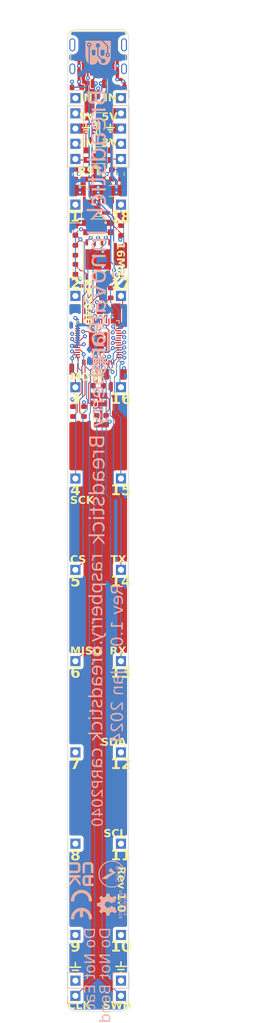
<source format=kicad_pcb>
(kicad_pcb (version 20221018) (generator pcbnew)
  (title_block (title "Raspberry Breadstick") (date "2024-02-10") (rev "1.0") (company "J & R Creative Technologies Inc.") (comment 1 "@RangenMichael") (comment 2 "https://twitter.com/RangenMichael") (comment 3 "Apache-2.0 License") (comment 4 "https://github.com/mrangen/RP2040-Breadstick") (comment 5 "https://shop.breadstick.ca/"))
  (layers (0 "F.Cu" signal "L1_SIG.Cu") (1 "In1.Cu" power "L2_GND.Cu") (2 "In2.Cu" power "L3_POW.Cu") (3 "In3.Cu" signal "L4_SIG.Cu") (4 "In4.Cu" power "L5_GND.Cu") (31 "B.Cu" signal "L6_SIG.Cu") (34 "B.Paste" user) (35 "F.Paste" user) (36 "B.SilkS" user "B.Silkscreen") (37 "F.SilkS" user "F.Silkscreen") (38 "B.Mask" user) (39 "F.Mask" user) (44 "Edge.Cuts" user))
  (net 0 "")
  (net 1 "GND")
  (net 2 "+1V1")
  (net 3 "Net-(C203-Pad1)")
  (net 4 "Net-(U201-XIN)")
  (net 5 "/RP2040/LED_CLK")
  (net 6 "/RP2040/D1")
  (net 7 "/RP2040/D3")
  (net 8 "/RP2040/D4")
  (net 9 "/RP2040/D5")
  (net 10 "/RP2040/D6")
  (net 11 "/RP2040/D7")
  (net 12 "/RP2040/USB_D+")
  (net 13 "/RP2040/USB_D-")
  (net 14 "/RP2040/SWCLK")
  (net 15 "/RP2040/LED_DATA")
  (net 16 "/RP2040/I2C0-SDA")
  (net 17 "Net-(U201-RUN)")
  (net 19 "/RP2040/I2C0-SCL")
  (net 21 "/RP2040/MCU_USB_D-")
  (net 22 "/RP2040/MCU_USB_D+")
  (net 23 "/RP2040/SWD")
  (net 24 "/USB/CC1")
  (net 25 "/USB/CC2")
  (net 26 "Net-(R202-Pad1)")
  (net 27 "Net-(U201-XOUT)")
  (net 28 "/3V3")
  (net 29 "/RP2040/D2")
  (net 36 "/USB/RAW_VBUS")
  (net 37 "/~{RESET}")
  (net 38 "/Power/VHI")
  (net 39 "/RP2040/FLASH_CS")
  (net 40 "/RP2040/FLASH_IO_3")
  (net 41 "/RP2040/FLASH_CLK")
  (net 42 "/RP2040/FLASH_IO_0")
  (net 43 "/RP2040/FLASH_IO_2")
  (net 44 "/RP2040/FLASH_IO_1")
  (net 45 "/RP2040/D8")
  (net 46 "/RP2040/D9")
  (net 47 "/RP2040/D10")
  (net 48 "/RP2040/D11")
  (net 49 "/RP2040/D12")
  (net 50 "/RP2040/D13")
  (net 51 "/RP2040/D14")
  (net 52 "/RP2040/D15")
  (net 53 "/RP2040/D16")
  (net 54 "/RP2040/D17")
  (net 55 "/RP2040/D18")
  (net 57 "/FUSED_5VBUS")
  (net 58 "/5Vin")
  (footprint "Resistor_SMD:R_0603_1608Metric" (layer "F.Cu") (at 87.122 40.64 -90)
    (fp_text reference "R204" hide)
    (fp_text value "1k 0603")
  )
  (footprint "Resistor_SMD:R_0603_1608Metric" (layer "F.Cu") (at 83.9724 80.264 90)
    (fp_text reference "R209" hide)
    (fp_text value "1k 0603")
  )
  (footprint "Resistor_SMD:R_0603_1608Metric" (layer "F.Cu") (at 82.1436 80.264 90)
    (fp_text reference "R208" hide)
    (fp_text value "1k 0603")
  )
  (footprint "Resistor_SMD:R_0603_1608Metric" (layer "F.Cu") (at 88.45 60.46 90)
    (fp_text reference "R205" hide)
    (fp_text value "27Ω 0603")
  )
  (footprint "Capacitor_SMD:C_1206_3216Metric" (layer "F.Cu") (at 88.9 43.434 180)
    (fp_text reference "C502" hide)
    (fp_text value "10uF 1206 6V3")
  )
  (footprint "Capacitor_SMD:C_0603_1608Metric" (layer "F.Cu") (at 88.646 40.64 -90)
    (fp_text reference "C205" hide)
    (fp_text value "1uF 0603 10V")
  )
  (footprint "Capacitor_SMD:C_1206_3216Metric" (layer "F.Cu") (at 83.82 43.434)
    (fp_text reference "C501" hide)
    (fp_text value "10uF 1206 6V3")
  )
  (footprint "Resistor_SMD:R_0603_1608Metric" (layer "F.Cu") (at 90.17 50.038 90)
    (fp_text reference "R502" hide)
    (fp_text value "10k 0603")
  )
  (footprint "Capacitor_SMD:C_0603_1608Metric" (layer "F.Cu") (at 82.55 50.038 90)
    (fp_text reference "C201" hide)
    (fp_text value "1uF 0603 10V")
  )
  (footprint "AP2112K-3:SOT95P285X140-5N" (layer "F.Cu") (at 86.487 46.1518)
    (fp_text reference "U501" hide)
    (fp_text value "AP2112K-3.3TRG1")
  )
  (footprint "Resistor_SMD:R_0603_1608Metric" (layer "F.Cu") (at 82.55 56.515 90)
    (fp_text reference "R202" hide)
    (fp_text value "1k 0603")
  )
  (footprint "LM66200DRLR:SOTFL50P160X60-8L" (layer "F.Cu") (at 86.36 33.02 180)
    (fp_text reference "IC501" hide)
    (fp_text value "LM66200DRLR" hide)
  )
  (footprint "Package_TO_SOT_SMD:SOT-23" (layer "F.Cu") (at 86.36 26.4668 -90)
    (fp_text reference "D601" hide)
    (fp_text value "TVS")
  )
  (footprint "Resistor_SMD:R_0603_1608Metric" (layer "F.Cu") (at 89.916 26.162)
    (fp_text reference "R602" hide)
    (fp_text value "5k1 0603")
  )
  (footprint "Resistor_SMD:R_0603_1608Metric" (layer "F.Cu") (at 86.36 75.946 180)
    (fp_text reference "R207" hide)
    (fp_text value "1k 0603")
  )
  (footprint "Resistor_SMD:R_0603_1608Metric" (layer "F.Cu") (at 86.99 60.46 90)
    (fp_text reference "R206" hide)
    (fp_text value "27Ω 0603")
  )
  (footprint "KMR731NGLFS:SW_KMR731NGLFS" (layer "F.Cu") (at 86.36 49.53 -90)
    (fp_text reference "S201" hide)
    (fp_text value "~{USB-BOOT}")
  )
  (footprint "Capacitor_SMD:C_0603_1608Metric" (layer "F.Cu") (at 86.106 81.6864 -90)
    (fp_text reference "C202" hide)
    (fp_text value "10pF 0603")
  )
  (footprint "USB-C Molex:USB-C-2171790001" (layer "F.Cu") (at 86.36 20.32 180)
    (fp_text reference "J601" hide)
    (fp_text value "USB_C_Receptacle_USB2.0" hide)
  )
  (footprint "Resistor_SMD:R_0603_1608Metric" (layer "F.Cu") (at 82.55 53.34 -90)
    (fp_text reference "R201" hide)
    (fp_text value "10k 0603")
  )
  (footprint "Resistor_SMD:R_0603_1608Metric" (layer "F.Cu") (at 82.55 40.64 -90)
    (fp_text reference "R501" hide)
    (fp_text value "10k 0603")
  )
  (footprint "Capacitor_SMD:C_0603_1608Metric" (layer "F.Cu") (at 87.6808 81.6864 -90)
    (fp_text reference "C203" hide)
    (fp_text value "10pF 0603")
  )
  (footprint "Fuse:Fuse_1206_3216Metric" (layer "F.Cu") (at 86.36 29.464)
    (fp_text reference "F601" hide)
    (fp_text value "6V 3A Hold")
  )
  (footprint "Capacitor_SMD:C_1206_3216Metric" (layer "F.Cu") (at 88.138 63.119 180)
    (fp_text reference "C204" hide)
    (fp_text value "10uF 1206 6V3")
  )
  (footprint "Resistor_SMD:R_0603_1608Metric" (layer "F.Cu") (at 82.804 26.162)
    (fp_text reference "R601" hide)
    (fp_text value "5k1 0603")
  )
  (footprint "W25Q128JVPIQ-TR:W25Q128JVPIQ-TR" (layer "F.Cu") (at 86.36 54.864 90)
    (fp_text reference "U202" hide)
    (fp_text value "16MB Flash" hide)
  )
  (footprint "Resistor_SMD:R_0603_1608Metric" (layer "F.Cu") (at 90.17 40.64 90)
    (fp_text reference "R203" hide)
    (fp_text value "10k 0603")
  )
  (footprint "ECS-120-10-36Q-ES-TR:XTAL_ECS-120-10-36Q-ES-TR" (layer "F.Cu") (at 86.4362 78.2574)
    (fp_text reference "Y201" hide)
    (fp_text value "12MHz" hide)
  )
  (footprint "RP2040:QFN40P700X700X90-57N" (layer "F.Cu") (at 86.36 68.58)
    (fp_text reference "U201" hide)
    (fp_text value "RP2040" hide)
  )
  (footprint "Capacitor_SMD:C_1206_3216Metric" (layer "F.Cu") (at 89.1032 74.041)
    (fp_text reference "C206" hide)
    (fp_text value "10uF 1206 6V3")
  )
  (footprint "KMR731NGLFS:SW_KMR731NGLFS" (layer "F.Cu") (at 86.36 37.465 -90)
    (fp_text reference "S202" hide)
    (fp_text value "~{RESET}")
  )
  (footprint "Connector_PinHeader_2.54mm:PinHeader_1x01_P2.54mm_Vertical" (layer "B.Cu") (at 82.55 152.4 180)
    (fp_text reference "J118" hide)
    (fp_text value "Conn_01x01")
  )
  (footprint "Connector_PinHeader_2.54mm:PinHeader_1x01_P2.54mm_Vertical" (layer "B.Cu") (at 82.55 76.2 180)
    (fp_text reference "J113" hide)
    (fp_text value "Conn_01x01")
  )
  (footprint "Connector_PinHeader_2.54mm:PinHeader_1x01_P2.54mm_Vertical" (layer "B.Cu") (at 90.17 152.4 180)
    (fp_text reference "J128" hide)
    (fp_text value "Conn_01x01")
  )
  (footprint "Connector_PinHeader_2.54mm:PinHeader_1x02_P2.54mm_Vertical" (layer "B.Cu") (at 82.55 177.8)
    (fp_text reference "J120" hide)
    (fp_text value "Conn_01x02")
  )
  (footprint "Connector_PinHeader_2.54mm:PinHeader_1x01_P2.54mm_Vertical" (layer "B.Cu") (at 82.55 45.72 180)
    (fp_text reference "J111" hide)
    (fp_text value "Conn_01x01")
  )
  (footprint "LOGO" (layer "B.Cu") (at 88.646 162.56 -90)
    (fp_text reference "G***" hide)
    (fp_text value "LOGO" hide)
  )
  (footprint "Connector_PinHeader_2.54mm:PinHeader_1x01_P2.54mm_Vertical" (layer "B.Cu") (at 90.17 167.64 180)
    (fp_text reference "J129" hide)
    (fp_text value "Conn_01x01")
  )
  (footprint "Connector_PinHeader_2.54mm:PinHeader_1x01_P2.54mm_Vertical" (layer "B.Cu") (at 90.17 45.72 180)
    (fp_text reference "J121" hide)
    (fp_text value "Conn_01x01")
  )
  (footprint "Connector_PinHeader_2.54mm:PinHeader_1x01_P2.54mm_Vertical" (layer "B.Cu") (at 82.55 137.16 180)
    (fp_text reference "J117" hide)
    (fp_text value "Conn_01x01")
  )
  (footprint "Connector_PinHeader_2.54mm:PinHeader_1x01_P2.54mm_Vertical" (layer "B.Cu") (at 82.55 167.64 180)
    (fp_text reference "J119" hide)
    (fp_text value "Conn_01x01")
  )
  (footprint "Connector_PinHeader_2.54mm:PinHeader_1x01_P2.54mm_Vertical" (layer "B.Cu") (at 82.55 91.44 180)
    (fp_text reference "J114" hide)
    (fp_text value "Conn_01x01")
  )
  (footprint "Connector_PinHeader_2.54mm:PinHeader_1x01_P2.54mm_Vertical" (layer "B.Cu") (at 90.17 60.96 180)
    (fp_text reference "J122" hide)
    (fp_text value "Conn_01x01")
  )
  (footprint "Connector_PinHeader_2.54mm:PinHeader_1x01_P2.54mm_Vertical" (layer "B.Cu") (at 82.55 60.96 180)
    (fp_text reference "J112" hide)
    (fp_text value "Conn_01x01")
  )
  (footprint "Connector_PinHeader_2.54mm:PinHeader_1x01_P2.54mm_Vertical" (layer "B.Cu") (at 90.17 76.2 180)
    (fp_text reference "J123" hide)
    (fp_text value "Conn_01x01")
  )
  (footprint "Footprints:Breadstick B Silk 5mm" (layer "B.Cu") (at 86.36 20.32 -90)
    (fp_text reference "REF**" hide)
    (fp_text value "Breadstick B Silk 5mm")
  )
  (footprint "Connector_PinHeader_2.54mm:PinHeader_1x05_P2.54mm_Vertical" (layer "B.Cu") (at 90.17 27.94 180)
    (fp_text reference "J502" hide)
    (fp_text value "Conn_01x05")
  )
  (footprint "Connector_PinHeader_2.54mm:PinHeader_1x02_P2.54mm_Vertical" (layer "B.Cu") (at 90.17 177.8)
    (fp_text reference "J130" hide)
    (fp_text value "Conn_01x02")
  )
  (footprint "Connector_PinHeader_2.54mm:PinHeader_1x05_P2.54mm_Vertical" (layer "B.Cu") (at 82.55 27.94 180)
    (fp_text reference "J501" hide)
    (fp_text value "Conn_01x05")
  )
  (footprint "Connector_PinHeader_2.54mm:PinHeader_1x01_P2.54mm_Vertical" (layer "B.Cu") (at 82.55 106.68 180)
    (fp_text reference "J115" hide)
    (fp_text value "Conn_01x01")
  )
  (footprint "LOGO" (layer "B.Cu") (at 83.566 162.56 -90)
    (fp_text reference "G***" hide)
    (fp_text value "LOGO" hide)
  )
  (footprint "Connector_PinHeader_2.54mm:PinHeader_1x01_P2.54mm_Vertical" (layer "B.Cu") (at 90.17 106.68 180)
    (fp_text reference "J125" hide)
    (fp_text value "Conn_01x01")
  )
  (footprint "Connector_PinHeader_2.54mm:PinHeader_1x01_P2.54mm_Vertical" (layer "B.Cu") (at 90.17 91.44 180)
    (fp_text reference "J124" hide)
    (fp_text value "Conn_01x01")
  )
  (footprint "Connector_PinHeader_2.54mm:PinHeader_1x01_P2.54mm_Vertical" (layer "B.Cu") (at 90.17 137.16 180)
    (fp_text reference "J127" hide)
    (fp_text value "Conn_01x01")
  )
  (footprint "LOGO" (layer "B.Cu") (at 83.566 157.48 -90)
    (fp_text reference "G***" hide)
    (fp_text value "LOGO" hide)
  )
  (footprint "Connector_PinHeader_2.54mm:PinHeader_1x01_P2.54mm_Vertical" (layer "B.Cu") (at 90.17 121.92 180)
    (fp_text reference "J126" hide)
    (fp_text value "Conn_01x01")
  )
  (footprint "Connector_PinHeader_2.54mm:PinHeader_1x01_P2.54mm_Vertical" (layer "B.Cu") (at 82.55 121.92 180)
    (fp_text reference "J116" hide)
    (fp_text value "Conn_01x01")
  )
  (footprint "LOGO" (layer "B.Cu") (at 88.646 157.48 -90)
    (fp_text reference "G***" hide)
    (fp_text value "LOGO" hide)
  )
  (gr_rect (start 89.154 46.736) (end 91.176 48.766) (stroke (width 0.15)) (fill none) (layer "F.SilkS"))
  (gr_rect (start 89.154 57.914) (end 91.176 59.944) (stroke (width 0.15)) (fill none) (layer "F.SilkS"))
  (gr_line (start 83.43265 39.37) (end 86.54415 39.37) (stroke (width 0.15)) (layer "F.SilkS"))
  (gr_rect (start 81.544 57.912) (end 83.566 59.942) (stroke (width 0.15)) (fill none) (layer "F.SilkS"))
  (gr_rect (start 81.544 46.736) (end 83.566 48.766) (stroke (width 0.15)) (fill none) (layer "F.SilkS"))
  (gr_line (start 90.17 16.51) (end 82.55 16.51) (stroke (width 0.1)) (layer "Edge.Cuts"))
  (gr_line (start 81.28 17.78) (end 81.28 179.07) (stroke (width 0.1)) (layer "Edge.Cuts"))
  (gr_line (start 82.55 180.34) (end 90.17 180.34) (stroke (width 0.1)) (layer "Edge.Cuts"))
  (gr_arc (start 82.55 180.34) (mid 81.651974 179.968026) (end 81.28 179.07) (stroke (width 0.1)) (layer "Edge.Cuts"))
  (gr_arc (start 90.17 16.51) (mid 91.068026 16.881974) (end 91.44 17.78) (stroke (width 0.1)) (layer "Edge.Cuts"))
  (gr_arc (start 81.28 17.78) (mid 81.651974 16.881974) (end 82.55 16.51) (stroke (width 0.1)) (layer "Edge.Cuts"))
  (gr_line (start 91.44 179.07) (end 91.44 17.78) (stroke (width 0.1)) (layer "Edge.Cuts"))
  (gr_arc (start 91.44 179.07) (mid 91.068026 179.968026) (end 90.17 180.34) (stroke (width 0.1)) (layer "Edge.Cuts"))
  (gr_text "I" (at 82.55 142.4432 270) (layer "F.Cu") (effects (font (size 1.9 1.9) (thickness 0.3) bold)))
  (gr_text "♥" (at 82.55 144.78 270) (layer "F.Cu") (effects (font (size 2.4 2.4) (thickness 0.3) bold)))
  (gr_text "Rev 1.0" (at 89.662 114.3 90) (layer "B.SilkS") (effects (font (size 2 2)) (justify mirror)))
  (gr_text "RP2040" (at 86.36 144.78 90) (layer "B.SilkS") (effects (font (size 1.8 1.8)) (justify mirror)))
  (gr_text "raspberry.breadstick.ca" (at 86.106 121.92 90) (layer "B.SilkS") (effects (font (size 2.2 2.2)) (justify mirror)))
  (gr_text "Raspberry Breadstick" (at 86.36 83.82 90) (layer "B.SilkS") (effects (font (size 2.5 2.5)) (justify mirror)))
  (gr_text "Jan 2024" (at 89.662 129.54 90) (layer "B.SilkS") (effects (font (size 2 2)) (justify mirror)))
  (gr_text "Do Not Eat" (at 85.09 166.37 90) (layer "B.SilkS") (effects (font (size 1.8 1.8)) (justify left mirror)))
  (gr_text "Breadstick Innovations" (at 86.36 26.416 90) (layer "B.SilkS") (effects (font (size 3 3)) (justify left mirror)))
  (gr_text "Do Not Bend" (at 87.63 166.37 90) (layer "B.SilkS") (effects (font (size 1.8 1.8)) (justify left mirror)))
  (gr_text "5" (at 82.55 108.712) (layer "F.SilkS") (effects (font (size 1.8 1.8) (thickness 0.25) bold)))
  (gr_text "12" (at 90.17 139.192) (layer "F.SilkS") (effects (font (size 1.8 1.8) (thickness 0.25) bold)))
  (gr_text "15" (at 90.17 93.472) (layer "F.SilkS") (effects (font (size 1.8 1.8) (thickness 0.25) bold)))
  (gr_text "9" (at 82.55 169.672) (layer "F.SilkS") (effects (font (size 1.8 1.8) (thickness 0.25) bold)))
  (gr_text "CLK" (at 83.185 179.451) (layer "F.SilkS") (effects (font (size 1.3 1.3) (thickness 0.25) bold)))
  (gr_text "16MB" (at 90.043 54.864 -90) (layer "F.SilkS") (effects (font (size 1.3 1.3) (thickness 0.25) bold)))
  (gr_text "3V" (at 88.265 35.433) (layer "F.SilkS") (effects (font (size 1.3 1.3) (thickness 0.25) bold)))
  (gr_text "4" (at 82.55 93.472) (layer "F.SilkS") (effects (font (size 1.8 1.8) (thickness 0.25) bold)))
  (gr_text "⏚" (at 82.55 173.228) (layer "F.SilkS") (effects (font (size 1.8 1.8) (thickness 0.25) bold)))
  (gr_text "IN" (at 88.392 27.94) (layer "F.SilkS") (effects (font (size 1.3 1.3) (thickness 0.25) bold)))
  (gr_text "RST" (at 84.963 40.259) (layer "F.SilkS") (effects (font (size 1.3 1.3) (thickness 0.25) bold)))
  (gr_text "14" (at 90.17 108.712) (layer "F.SilkS") (effects (font (size 1.8 1.8) (thickness 0.25) bold)))
  (gr_text "IN" (at 84.328 27.94) (layer "F.SilkS") (effects (font (size 1.3 1.3) (thickness 0.25) bold)))
  (gr_text "3" (at 82.55 78.232) (layer "F.SilkS") (effects (font (size 1.8 1.8) (thickness 0.25) bold)))
  (gr_text "7" (at 82.55 139.192) (layer "F.SilkS") (effects (font (size 1.8 1.8) (thickness 0.25) bold)))
  (gr_text "TX" (at 91.059 105.791) (layer "F.SilkS") (effects (font (size 1.3 1.3) (thickness 0.25) bold) (justify right bottom)))
  (gr_text "16" (at 90.17 78.232) (layer "F.SilkS") (effects (font (size 1.8 1.8) (thickness 0.25) bold)))
  (gr_text "RX" (at 91.059 121.031) (layer "F.SilkS") (effects (font (size 1.3 1.3) (thickness 0.25) bold) (justify right bottom)))
  (gr_text "11" (at 90.17 154.432) (layer "F.SilkS") (effects (font (size 1.8 1.8) (thickness 0.25) bold)))
  (gr_text "SCK" (at 81.661 95.885) (layer "F.SilkS") (effects (font (size 1.3 1.3) (thickness 0.25) bold) (justify left bottom)))
  (gr_text "CS" (at 81.661 105.791) (layer "F.SilkS") (effects (font (size 1.3 1.3) (thickness 0.25) bold) (justify left bottom)))
  (gr_text "17" (at 90.17 59.055) (layer "F.SilkS") (effects (font (size 1.7 1.7) (thickness 0.25) bold)))
  (gr_text "⏚" (at 84.328 33.02) (layer "F.SilkS") (effects (font (size 1.3 1.3) (thickness 0.25) bold)))
  (gr_text "6" (at 82.55 123.952) (layer "F.SilkS") (effects (font (size 1.8 1.8) (thickness 0.25) bold)))
  (gr_text "⏚" (at 90.17 173.101) (layer "F.SilkS") (effects (font (size 1.8 1.8) (thickness 0.25) bold)))
  (gr_text "⏚" (at 88.392 33.02) (layer "F.SilkS") (effects (font (size 1.3 1.3) (thickness 0.25) bold)))
  (gr_text "MOSI" (at 81.661 75.311) (layer "F.SilkS") (effects (font (size 1.3 1.3) (thickness 0.25) bold) (justify left bottom)))
  (gr_text "2" (at 82.55 59.0286) (layer "F.SilkS") (effects (font (size 1.7 1.7) (thickness 0.25) bold)))
  (gr_text "3V" (at 84.455 35.433) (layer "F.SilkS") (effects (font (size 1.3 1.3) (thickness 0.25) bold)))
  (gr_text "Rev 1.0" (at 90.17 160.02 270) (layer "F.SilkS") (effects (font (size 1.3 1.3) (thickness 0.25) bold)))
  (gr_text "18" (at 90.1446 47.8536) (layer "F.SilkS") (effects (font (size 1.7 1.7) (thickness 0.25) bold)))
  (gr_text "SCL" (at 91.059 151.511) (layer "F.SilkS") (effects (font (size 1.3 1.3) (thickness 0.25) bold) (justify right bottom)))
  (gr_text "MISO" (at 81.661 121.031) (layer "F.SilkS") (effects (font (size 1.3 1.3) (thickness 0.25) bold) (justify left bottom)))
  (gr_text "SWD" (at 89.535 179.451) (layer "F.SilkS") (effects (font (size 1.3 1.3) (thickness 0.25) bold)))
  (gr_text "SDA" (at 91.059 136.271) (layer "F.SilkS") (effects (font (size 1.3 1.3) (thickness 0.25) bold) (justify right bottom)))
  (gr_text "1" (at 82.4484 47.8536) (layer "F.SilkS") (effects (font (size 1.7 1.7) (thickness 0.25) bold)))
  (gr_text "10" (at 90.17 169.672) (layer "F.SilkS") (effects (font (size 1.8 1.8) (thickness 0.25) bold)))
  (gr_text "RP2040" (at 84.582 61.976 270) (layer "F.SilkS") (effects (font (size 1.3 1.3) (thickness 0.25) bold)))
  (gr_text "13" (at 90.17 123.952) (layer "F.SilkS") (effects (font (size 1.8 1.8) (thickness 0.25) bold)))
  (gr_text "5V" (at 88.265 31.115) (layer "F.SilkS") (effects (font (size 1.3 1.3) (thickness 0.25) bold)))
  (gr_text "8" (at 82.55 154.432) (layer "F.SilkS") (effects (font (size 1.8 1.8) (thickness 0.25) bold)))
  (gr_text "5V" (at 84.455 31.115) (layer "F.SilkS") (effects (font (size 1.3 1.3) (thickness 0.25) bold)))
  (segment (start 88.3666 33.5534) (end 88.3666 33.02) (width 0.2286) (layer "F.Cu") (net 1))
  (segment (start 89.55 24.81) (end 89.560001 24.799999) (width 0.508) (layer "F.Cu") (net 1))
  (segment (start 86.741 54.864) (end 86.36 54.864) (width 0.1524) (layer "F.Cu") (net 1))
  (segment (start 85.572 32.27) (end 84.57 32.27) (width 0.2286) (layer "F.Cu") (net 1))
  (segment (start 89.8144 51.2186) (end 90.17 50.863) (width 0.1524) (layer "F.Cu") (net 1))
  (segment (start 86.1568 62.0014) (end 86.663 62.5076) (width 0.1524) (layer "F.Cu") (net 1))
  (segment (start 90.678 73.025) (end 90.5782 73.1248) (width 0.1524) (layer "F.Cu") (net 1))
  (segment (start 83.160001 25.693001) (end 83.160001 25.196399) (width 0.508) (layer "F.Cu") (net 1))
  (segment (start 88.646 41.415) (end 87.884 42.177) (width 0.1524) (layer "F.Cu") (net 1))
  (segment (start 83.82 33.02) (end 82.55 33.02) (width 0.2286) (layer "F.Cu") (net 1))
  (segment (start 90.17 50.49) (end 88.41 48.73) (width 0.1524) (layer "F.Cu") (net 1))
  (segment (start 87.6808 82.4614) (end 87.7633 82.4614) (width 0.1524) (layer "F.Cu") (net 1))
  (segment (start 89.55 24.81) (end 90.1896 24.81) (width 0.508) (layer "F.Cu") (net 1))
  (segment (start 86.663 62.5076) (end 86.663 63.119) (width 0.1524) (layer "F.Cu") (net 1))
  (segment (start 84.675685 66.895685) (end 86.36 68.58) (width 0.1524) (layer "F.Cu") (net 1))
  (segment (start 88.265 57.709) (end 88.265 56.388) (width 0.1524) (layer "F.Cu") (net 1))
  (segment (start 84.57 32.27) (end 83.82 33.02) (width 0.2286) (layer "F.Cu") (net 1))
  (segment (start 87.148 32.27) (end 88.2008 32.27) (width 0.2286) (layer "F.Cu") (net 1))
  (segment (start 88.41 36.665) (end 88.41 33.51) (width 0.1524) (layer "F.Cu") (net 1))
  (segment (start 88.265 56.388) (end 86.741 54.864) (width 0.1524) (layer "F.Cu") (net 1))
  (segment (start 83.629 26.162) (end 83.160001 25.693001) (width 0.508) (layer "F.Cu") (net 1))
  (segment (start 90.1896 24.81) (end 90.5256 25.146) (width 0.508) (layer "F.Cu") (net 1))
  (segment (start 90.741 25.3614) (end 90.741 26.162) (width 0.508) (layer "F.Cu") (net 1))
  (segment (start 83.1088 40.5892) (end 83.1088 40.3738) (width 0.1524) (layer "F.Cu") (net 1))
  (segment (start 88.3666 33.02) (end 90.17 33.02) (width 0.2286) (layer "F.Cu") (net 1))
  (segment (start 83.1088 40.3738) (end 82.55 39.815) (width 0.1524) (layer "F.Cu") (net 1))
  (segment (start 88.2008 32.27) (end 88.3666 32.4358) (width 0.2286) (layer "F.Cu") (net 1))
  (segment (start 83.160001 23.623199) (end 83.160001 22.554799) (width 0.508) (layer "F.Cu") (net 1))
  (segment (start 89.560001 24.799999) (end 89.560001 23.623199) (width 0.508) (layer "F.Cu") (net 1))
  (segment (start 88.41 33.51) (end 88.9 33.02) (width 0.1524) (layer "F.Cu") (net 1))
  (segment (start 87.425 43.434) (end 87.425 43.307) (width 0.1524) (layer "F.Cu") (net 1))
  (segment (start 90.5782 73.1248) (end 90.5782 74.041) (width 0.1524) (layer "F.Cu") (net 1))
  (segment (start 88.3666 32.4358) (end 88.3666 33.02) (width 0.2286) (layer "F.Cu") (net 1))
  (segment (start 90.5256 25.146) (end 90.741 25.3614) (width 0.508) (layer "F.Cu") (net 1))
  (segment (start 86.36 27.4043) (end 86.36 26.3144) (width 0.1524) (layer "F.Cu") (net 1))
  (segment (start 89.8144 51.3273) (end 89.8144 51.2186) (width 0.1524) (layer "F.Cu") (net 1))
  (segment (start 83.160001 22.554799) (end 83.160001 21.487999) (width 0.508) (layer "F.Cu") (net 1))
  (segment (start 85.36 72.015) (end 85.36 69.58) (width 0.1524) (layer "F.Cu") (net 1))
  (segment (start 83.846437 66.895685) (end 84.675685 66.895685) (width 0.1524) (layer "F.Cu") (net 1))
  (segment (start 87.148 33.77) (end 88.15 33.77) (width 0.2286) (layer "F.Cu") (net 1))
  (segment (start 89.560001 22.555599) (end 89.560001 23.623199) (width 0.508) (layer "F.Cu") (net 1))
  (segment (start 87.7633 82.4614) (end 88.2843 81.9404) (width 0.1524) (layer "F.Cu") (net 1))
  (segment (start 88.15 33.77) (end 88.3666 33.5534) (width 0.2286) (layer "F.Cu") (net 1))
  (segment (start 89.5604 21.082) (end 89.560001 21.082399) (width 0.508) (layer "F.Cu") (net 1))
  (segment (start 83.160001 21.487999) (end 84.1248 20.5232) (width 0.508) (layer "F.Cu") (net 1))
  (segment (start 87.884 42.177) (end 87.884 42.975) (width 0.1524) (layer "F.Cu") (net 1))
  (segment (start 83.160001 25.196399) (end 83.160001 23.623199) (width 0.508) (layer "F.Cu") (net 1))
  (segment (start 90.0491 51.562) (end 89.8144 51.3273) (width 0.1524) (layer "F.Cu") (net 1))
  (segment (start 89.560001 21.082399) (end 89.560001 22.555599) (width 0.508) (layer "F.Cu") (net 1))
  (segment (start 87.884 42.975) (end 87.425 43.434) (width 0.1524) (layer "F.Cu") (net 1))
  (segment (start 88.9 33.02) (end 90.17 33.02) (width 0.1524) (layer "F.Cu") (net 1))
  (segment (start 84.31 36.665) (end 84.31 33.51) (width 0.1524) (layer "F.Cu") (net 1))
  (segment (start 89.0016 20.5232) (end 89.5604 21.082) (width 0.508) (layer "F.Cu") (net 1))
  (segment (start 90.17 50.863) (end 90.17 50.49) (width 0.1524) (layer "F.Cu") (net 1))
  (segment (start 84.31 33.51) (end 83.82 33.02) (width 0.1524) (layer "F.Cu") (net 1))
  (segment (start 84.1248 20.5232) (end 89.0016 20.5232) (width 0.508) (layer "F.Cu") (net 1))
  (via (at 86.36 26.3144) (size 0.7) (drill 0.3) (layers "F.Cu" "B.Cu") (net 1))
  (via (at 83.160001 22.554799) (size 0.7) (drill 0.3) (layers "F.Cu" "B.Cu") (net 1))
  (via (at 87.4776 69.6214) (size 0.7) (drill 0.3) (layers "F.Cu" "B.Cu") (net 1))
  (via (at 87.376 67.818) (size 0.7) (drill 0.3) (layers "F.Cu" "B.Cu") (net 1))
  (via (at 89.560001 22.555599) (size 0.7) (drill 0.3) (layers "F.Cu" "B.Cu") (net 1))
  (via (at 86.360439 79.878086) (size 0.7) (drill 0.3) (layers "F.Cu" "B.Cu") (net 1))
  (via (at 90.678 73.025) (size 0.7) (drill 0.3) (layers "F.Cu" "B.Cu") (net 1))
  (via (at 88.2843 81.9404) (size 0.7) (drill 0.3) (layers "F.Cu" "B.Cu") (net 1))
  (via (at 90.5256 25.146) (size 0.7) (drill 0.3) (layers "F.Cu" "B.Cu") (net 1))
  (via (at 86.1568 62.0014) (size 0.7) (drill 0.3) (layers "F.Cu" "B.Cu") (net 1))
  (via (at 90.0491 51.562) (size 0.7) (drill 0.3) (layers "F.Cu" "B.Cu") (net 1))
  (via (at 83.1088 40.5892) (size 0.7) (drill 0.3) (layers "F.Cu" "B.Cu") (net 1))
  (via (at 87.122 53.594) (size 0.7) (drill 0.3) (layers "F.Cu" "B.Cu") (net 1))
  (via (at 89.55 24.81) (size 0.7) (drill 0.3) (layers "F.Cu" "B.Cu") (net 1))
  (via (at 83.160001 25.196399) (size 0.7) (drill 0.3) (layers "F.Cu" "B.Cu") (net 1))
  (via (at 86.487 66.3956) (size 0.7) (drill 0.3) (layers "F.Cu" "B.Cu") (net 1))
  (via (at 83.439 48.768) (size 0.7) (drill 0.3) (layers "F.Cu" "B.Cu") (net 1))
  (via (at 86.227777 76.903063) (size 0.7) (drill 0.3) (layers "F.Cu" "B.Cu") (net 1))
  (via (at 86.36 43.688) (size 0.7) (drill 0.3) (layers "F.Cu" "B.Cu") (net 1))
  (via (at 83.846437 66.895685) (size 0.7) (drill 0.3) (layers "F.Cu" "B.Cu") (net 1))
  (via (at 88.773 67.056) (size 0.7) (drill 0.3) (layers "F.Cu" "B.Cu") (net 1))
  (via (at 82.00331 67.288648) (size 0.7) (drill 0.3) (layers "F.Cu" "B.Cu") (net 1))
  (via (at 87.122 56.134) (size 0.7) (drill 0.3) (layers "F.Cu" "B.Cu") (net 1))
  (via (at 86.36 42.799) (size 0.7) (drill 0.3) (layers "F.Cu" "B.Cu") (net 1))
  (via (at 89.5162 57.4294) (size 0.7) (drill 0.3) (layers "F.Cu" "B.Cu") (net 1))
  (segment (start 88.16 66.7) (end 87.522725 66.062725) (width 0.1524) (layer "F.Cu") (net 2))
  (segment (start 87.632675 66.062725) (end 87.505892 66.062725) (width 0.1524) (layer "F.Cu") (net 2))
  (segment (start 88.081111 70.389489) (end 88.16 70.3106) (width 0.1524) (layer "F.Cu") (net 2))
  (segment (start 88.0094 65.8606) (end 87.8348 65.8606) (width 0.1524) (layer "F.Cu") (net 2))
  (segment (start 86.96 72.015) (end 86.96 72.99) (width 0.1524) (layer "F.Cu") (net 2))
  (segment (start 86.96 72.015) (end 86.96 71.533057) (width 0.1524) (layer "F.Cu") (net 2))
  (segment (start 86.96 72.99) (end 87.6282 73.6582) (width 0.1524) (layer "F.Cu") (net 2))
  (segment (start 88.16 65.71) (end 88.0094 65.8606) (width 0.1524) (layer "F.Cu") (net 2))
  (segment (start 86.16 65.145) (end 86.16 65.575894) (width 0.1524) (layer "F.Cu") (net 2))
  (segment (start 86.96 71.533057) (end 86.69 71.263057) (width 0.1524) (layer "F.Cu") (net 2))
  (segment (start 87.522725 66.062725) (end 87.505892 66.062725) (width 0.1524) (layer "F.Cu") (net 2))
  (segment (start 88.16 70.3106) (end 88.16 66.7) (width 0.1524) (layer "F.Cu") (net 2))
  (segment (start 87.178878 72.966251) (end 87.178878 73.591678) (width 0.1524) (layer "F.Cu") (net 2))
  (segment (start 87.178878 73.591678) (end 87.6282 74.041) (width 0.1524) (layer "F.Cu") (net 2))
  (segment (start 87.6282 73.6582) (end 87.6282 74.041) (width 0.1524) (layer "F.Cu") (net 2))
  (segment (start 86.69 71.263057) (end 86.69 70.409) (width 0.1524) (layer "F.Cu") (net 2))
  (segment (start 86.69 70.409) (end 86.709511 70.389489) (width 0.1524) (layer "F.Cu") (net 2))
  (segment (start 87.424125 66.062725) (end 87.505892 66.062725) (width 0.1524) (layer "F.Cu") (net 2))
  (segment (start 86.377226 65.79312) (end 87.15452 65.79312) (width 0.1524) (layer "F.Cu") (net 2))
  (segment (start 88.16 65.145) (end 88.16 65.71) (width 0.1524) (layer "F.Cu") (net 2))
  (segment (start 87.8348 65.8606) (end 87.632675 66.062725) (width 0.1524) (layer "F.Cu") (net 2))
  (segment (start 86.16 65.575894) (end 86.377226 65.79312) (width 0.1524) (layer "F.Cu") (net 2))
  (segment (start 87.15452 65.79312) (end 87.424125 66.062725) (width 0.1524) (layer "F.Cu") (net 2))
  (segment (start 86.709511 70.389489) (end 88.081111 70.389489) (width 0.1524) (layer "F.Cu") (net 2))
  (via (at 87.505892 66.062725) (size 0.7) (drill 0.3) (layers "F.Cu" "B.Cu") (net 2))
  (via (at 87.178878 72.966251) (size 0.7) (drill 0.3) (layers "F.Cu" "B.Cu") (net 2))
  (segment (start 88.1888 79.9084) (end 87.6808 80.4164) (width 0.1524) (layer "F.Cu") (net 3))
  (segment (start 87.6808 80.4164) (end 87.6808 80.9114) (width 0.1524) (layer "F.Cu") (net 3))
  (segment (start 87.2862 76.0472) (end 87.185 75.946) (width 0.1524) (layer "F.Cu") (net 3))
  (segment (start 87.615 77.6074) (end 88.1888 78.1812) (width 0.1524) (layer "F.Cu") (net 3))
  (segment (start 88.1888 78.1812) (end 88.1888 79.9084) (width 0.1524) (layer "F.Cu") (net 3))
  (segment (start 87.2862 77.6074) (end 87.615 77.6074) (width 0.1524) (layer "F.Cu") (net 3))
  (segment (start 87.2862 77.6074) (end 87.2862 76.0472) (width 0.1524) (layer "F.Cu") (net 3))
  (segment (start 84.758089 75.544486) (end 84.758089 78.831689) (width 0.1524) (layer "F.Cu") (net 4))
  (segment (start 85.76 72.015) (end 85.76 72.609) (width 0.1524) (layer "F.Cu") (net 4))
  (segment (start 85.5862 80.3916) (end 85.5862 78.9074) (width 0.1524) (layer "F.Cu") (net 4))
  (segment (start 84.8338 78.9074) (end 85.5862 78.9074) (width 0.1524) (layer "F.Cu") (net 4))
  (segment (start 84.758089 78.831689) (end 84.8338 78.9074) (width 0.1524) (layer "F.Cu") (net 4))
  (segment (start 85.09 73.279) (end 85.09 75.212575) (width 0.1524) (layer "F.Cu") (net 4))
  (segment (start 86.106 80.9114) (end 85.5862 80.3916) (width 0.1524) (layer "F.Cu") (net 4))
  (segment (start 85.09 75.212575) (end 84.758089 75.544486) (width 0.1524) (layer "F.Cu") (net 4))
  (segment (start 85.76 72.609) (end 85.09 73.279) (width 0.1524) (layer "F.Cu") (net 4))
  (segment (start 90.568142 67.009238) (end 90.39738 67.18) (width 0.1524) (layer "F.Cu") (net 6))
  (segment (start 90.39738 67.18) (end 89.795 67.18) (width 0.1524) (layer "F.Cu") (net 6))
  (segment (start 90.709595 67.009238) (end 90.568142 67.009238) (width 0.1524) (layer "F.Cu") (net 6))
  (via (at 90.709595 67.009238) (size 0.7) (drill 0.3) (layers "F.Cu" "B.Cu") (net 6))
  (segment (start 82.925 73.835) (end 82.55 74.21) (width 0.1524) (layer "F.Cu") (net 7))
  (segment (start 82.55 74.21) (end 82.55 76.2) (width 0.1524) (layer "F.Cu") (net 7))
  (segment (start 82.925 71.18) (end 82.925 73.835) (width 0.1524) (layer "F.Cu") (net 7))
  (segment (start 82.014265 70.995335) (end 82.2296 70.78) (width 0.1524) (layer "F.Cu") (net 8))
  (segment (start 82.925 70.78) (end 82.2296 70.78) (width 0.1524) (layer "F.Cu") (net 8))
  (segment (start 82.014265 70.995335) (end 82.014265 71.379914) (width 0.1524) (layer "F.Cu") (net 8))
  (via (at 82.014265 71.379914) (size 0.7) (drill 0.3) (layers "F.Cu" "B.Cu") (net 8))
  (segment (start 82.014265 73.429065) (end 83.7438 75.1586) (width 0.1524) (layer "B.Cu") (net 8))
  (segment (start 83.7438 77.8256) (end 82.6008 78.9686) (width 0.1524) (layer "B.Cu") (net 8))
  (segment (start 83.7438 75.1586) (end 83.7438 77.8256) (width 0.1524) (layer "B.Cu") (net 8))
  (segment (start 82.6008 78.9686) (end 82.6008 91.3892) (width 0.1524) (layer "B.Cu") (net 8))
  (segment (start 82.014265 71.379914) (end 82.014265 73.429065) (width 0.1524) (layer "B.Cu") (net 8))
  (segment (start 82.6008 91.3892) (end 82.55 91.44) (width 0.1524) (layer "B.Cu") (net 8))
  (segment (start 82.1644 70.38) (end 82.925 70.38) (width 0.1524) (layer "F.Cu") (net 9))
  (segment (start 81.99 70.2056) (end 82.1644 70.38) (width 0.1524) (layer "F.Cu") (net 9))
  (via (at 81.99 70.2056) (size 0.7) (drill 0.3) (layers "F.Cu" "B.Cu") (net 9))
  (segment (start 83.82 105.41) (end 82.55 106.68) (width 0.1524) (layer "B.Cu") (net 9))
  (segment (start 81.99 70.2056) (end 83.0326 71.2482) (width 0.1524) (layer "B.Cu") (net 9))
  (segment (start 83.0326 72.9996) (end 84.425854 74.392854) (width 0.1524) (layer "B.Cu") (net 9))
  (segment (start 83.0326 71.2482) (end 83.0326 72.9996) (width 0.1524) (layer "B.Cu") (net 9))
  (segment (start 84.425854 78.101254) (end 84.558111 78.233511) (width 0.1524) (layer "B.Cu") (net 9))
  (segment (start 84.558111 79.869463) (end 83.82 80.607574) (width 0.1524) (layer "B.Cu") (net 9))
  (segment (start 83.82 80.607574) (end 83.82 105.41) (width 0.1524) (layer "B.Cu") (net 9))
  (segment (start 84.558111 78.233511) (end 84.558111 79.869463) (width 0.1524) (layer "B.Cu") (net 9))
  (segment (start 84.425854 74.392854) (end 84.425854 78.101254) (width 0.1524) (layer "B.Cu") (net 9))
  (segment (start 83.9216 70.536824) (end 83.364776 69.98) (width 0.1524) (layer "F.Cu") (net 10))
  (segment (start 83.364776 69.98) (end 82.925 69.98) (width 0.1524) (layer "F.Cu") (net 10))
  (segment (start 83.9216 70.7136) (end 83.9216 70.536824) (width 0.1524) (layer "F.Cu") (net 10))
  (via (at 83.9216 70.7136) (size 0.7) (drill 0.3) (layers "F.Cu" "B.Cu") (net 10))
  (segment (start 83.9216 70.7136) (end 83.9216 72.39) (width 0.1524) (layer "B.Cu") (net 10))
  (segment (start 83.9216 72.39) (end 85.0646 73.533) (width 0.1524) (layer "B.Cu") (net 10))
  (segment (start 84.8868 80.6196) (end 84.8868 119.5832) (width 0.1524) (layer "B.Cu") (net 10))
  (segment (start 85.0646 73.533) (end 85.0646 80.4418) (width 0.1524) (layer "B.Cu") (net 10))
  (segment (start 85.0646 80.4418) (end 84.8868 80.6196) (width 0.1524) (layer "B.Cu") (net 10))
  (segment (start 84.8868 119.5832) (end 82.55 121.92) (width 0.1524) (layer "B.Cu") (net 10))
  (segment (start 83.8042 69.18) (end 82.925 69.18) (width 0.1524) (layer "F.Cu") (net 11))
  (segment (start 83.944621 69.039579) (end 83.8042 69.18) (width 0.1524) (layer "F.Cu") (net 11))
  (via (at 83.944621 69.039579) (size 0.7) (drill 0.3) (layers "F.Cu" "B.Cu") (net 11))
  (segment (start 85.903141 25.5293) (end 85.41 25.5293) (width 0.2286) (layer "F.Cu") (net 12))
  (segment (start 85.41 25.5293) (end 85.41 24.9022) (width 0.2286) (layer "F.Cu") (net 12))
  (segment (start 85.8266 24.4856) (end 86.444306 24.4856) (width 0.2286) (layer "F.Cu") (net 12))
  (segment (start 85.41 24.9022) (end 85.8266 24.4856) (width 0.2286) (layer "F.Cu") (net 12))
  (segment (start 85.609941 24.268941) (end 85.8266 24.4856) (width 0.2286) (layer "F.Cu") (net 12))
  (segment (start 88.58596 58.691829) (end 88.9 58.377789) (width 0.2286) (layer "F.Cu") (net 12))
  (segment (start 85.955669 25.476772) (end 85.903141 25.5293) (width 0.2286) (layer "F.Cu") (net 12))
  (segment (start 88.9 58.377789) (end 88.9 56.756772) (width 0.2286) (layer "F.Cu") (net 12))
  (segment (start 86.99 59.635) (end 86.99 59.06) (width 0.2286) (layer "F.Cu") (net 12))
  (segment (start 88.9 56.756772) (end 89.008237 56.648535) (width 0.2286) (layer "F.Cu") (net 12))
  (segment (start 86.444306 24.4856) (end 86.61 24.319906) (width 0.2286) (layer "F.Cu") (net 12))
  (segment (start 87.358171 58.691829) (end 88.58596 58.691829) (width 0.2286) (layer "F.Cu") (net 12))
  (segment (start 85.609941 23.623199) (end 85.609941 24.268941) (width 0.2286) (layer "F.Cu") (net 12))
  (segment (start 86.61 24.319906) (end 86.61 23.623199) (width 0.2286) (layer "F.Cu") (net 12))
  (segment (start 86.99 59.06) (end 87.358171 58.691829) (width 0.2286) (layer "F.Cu") (net 12))
  (via (at 89.008237 56.648535) (size 0.7) (drill 0.3) (layers "F.Cu" "B.Cu") (net 12))
  (via (at 85.955669 25.476772) (size 0.7) (drill 0.3) (layers "F.Cu" "B.Cu") (net 12))
  (segment (start 85.955669 25.476772) (end 86.13902 25.660123) (width 0.2286) (layer "B.Cu") (net 12))
  (segment (start 86.13902 26.964875) (end 86.13902 27.543158) (width 0.2286) (layer "B.Cu") (net 12))
  (segment (start 85.743789 26.059156) (end 85.743789 26.569644) (width 0.2286) (layer "B.Cu") (net 12))
  (segment (start 84.8507 28.831478) (end 84.8507 44.396722) (width 0.2286) (layer "B.Cu") (net 12))
  (segment (start 89.008237 55.793259) (end 89.008237 56.648535) (width 0.2286) (layer "B.Cu") (net 12))
  (segment (start 86.13902 25.660123) (end 86.13902 25.663925) (width 0.2286) (layer "B.Cu") (net 12))
  (segment (start 85.743789 26.569644) (end 86.13902 26.964875) (width 0.2286) (layer "B.Cu") (net 12))
  (segment (start 88.4575 48.003522) (end 88.4575 55.242522) (width 0.2286) (layer "B.Cu") (net 12))
  (segment (start 88.4575 55.242522) (end 89.008237 55.793259) (width 0.2286) (layer "B.Cu") (net 12))
  (segment (start 86.13902 25.663925) (end 85.743789 26.059156) (width 0.2286) (layer "B.Cu") (net 12))
  (segment (start 86.13902 27.543158) (end 84.8507 28.831478) (width 0.2286) (layer "B.Cu") (net 12))
  (segment (start 84.8507 44.396722) (end 88.4575 48.003522) (width 0.2286) (layer "B.Cu") (net 12))
  (segment (start 90.132411 58.000389) (end 90.132411 56.822709) (width 0.2286) (layer "F.Cu") (net 13))
  (segment (start 90.132411 56.822709) (end 89.958237 56.648535) (width 0.2286) (layer "F.Cu") (net 13))
  (segment (start 86.11 22.8052) (end 86.11 23.623199) (width 0.2) (layer "F.Cu") (net 13))
  (segment (start 88.7476 59.3852) (end 90.132411 58.000389) (width 0.2286) (layer "F.Cu") (net 13))
  (segment (start 88.7476 59.6392) (end 88.7476 59.3852) (width 0.2286) (layer "F.Cu") (net 13))
  (segment (start 87.10994 23.623199) (end 87.10994 22.84794) (width 0.2) (layer "F.Cu") (net 13))
  (segment (start 87.10994 22.84794) (end 86.9696 22.7076) (width 0.2) (layer "F.Cu") (net 13))
  (segment (start 88.4542 59.6392) (end 88.45 59.635) (width 0.2) (layer "F.Cu") (net 13))
  (segment (start 86.866649 25.5293) (end 87.31 25.5293) (width 0.2286) (layer "F.Cu") (net 13))
  (segment (start 87.10994 24.47354) (end 87.10994 23.623199) (width 0.2286) (layer "F.Cu") (net 13))
  (segment (start 86.807546 25.470197) (end 86.866649 25.5293) (width 0.2286) (layer "F.Cu") (net 13))
  (segment (start 87.31 25.5293) (end 87.31 24.6736) (width 0.2286) (layer "F.Cu") (net 13))
  (segment (start 86.2076 22.7076) (end 86.11 22.8052) (width 0.2) (layer "F.Cu") (net 13))
  (segment (start 88.7476 59.6392) (end 88.4542 59.6392) (width 0.2) (layer "F.Cu") (net 13))
  (segment (start 87.31 24.6736) (end 87.10994 24.47354) (width 0.2286) (layer "F.Cu") (net 13))
  (segment (start 86.9696 22.7076) (end 86.2076 22.7076) (width 0.2) (layer "F.Cu") (net 13))
  (via (at 89.958237 56.648535) (size 0.7) (drill 0.3) (layers "F.Cu" "B.Cu") (net 13))
  (via (at 86.807546 25.470197) (size 0.7) (drill 0.3) (layers "F.Cu" "B.Cu") (net 13))
  (segment (start 86.976211 26.569644) (end 86.61762 26.928235) (width 0.2286) (layer "B.Cu") (net 13))
  (segment (start 88.9361 55.044278) (end 89.958237 56.066415) (width 0.2286) (layer "B.Cu") (net 13))
  (segment (start 86.61762 26.928235) (end 86.61762 27.741402) (width 0.2286) (layer "B.Cu") (net 13))
  (segment (start 85.3293 29.029722) (end 85.3293 44.198478) (width 0.2286) (layer "B.Cu") (net 13))
  (segment (start 85.3293 44.198478) (end 88.9361 47.805278) (width 0.2286) (layer "B.Cu") (net 13))
  (segment (start 86.61762 25.700565) (end 86.976211 26.059156) (width 0.2286) (layer "B.Cu") (net 13))
  (segment (start 86.61762 25.660123) (end 86.61762 25.700565) (width 0.2286) (layer "B.Cu") (net 13))
  (segment (start 86.976211 26.059156) (end 86.976211 26.569644) (width 0.2286) (layer "B.Cu") (net 13))
  (segment (start 89.958237 56.066415) (end 89.958237 56.648535) (width 0.2286) (layer "B.Cu") (net 13))
  (segment (start 88.9361 47.805278) (end 88.9361 55.044278) (width 0.2286) (layer "B.Cu") (net 13))
  (segment (start 86.807546 25.470197) (end 86.61762 25.660123) (width 0.2286) (layer "B.Cu") (net 13))
  (segment (start 86.61762 27.741402) (end 85.3293 29.029722) (width 0.2286) (layer "B.Cu") (net 13))
  (segment (start 87.36 71.115483) (end 87.36 72.015) (width 0.1524) (layer "F.Cu") (net 14))
  (segment (start 87.347767 71.10325) (end 87.36 71.115483) (width 0.1524) (layer "F.Cu") (net 14))
  (via (at 87.347767 71.10325) (size 0.7) (drill 0.3) (layers "F.Cu" "B.Cu") (net 14))
  (segment (start 85.649666 75.9714) (end 85.649666 80.315666) (width 0.1524) (layer "B.Cu") (net 14))
  (segment (start 85.7504 174.5996) (end 82.55 177.8) (width 0.1524) (layer "B.Cu") (net 14))
  (segment (start 87.1675 71.10325) (end 85.9028 72.36795) (width 0.1524) (layer "B.Cu") (net 14))
  (segment (start 86.1314 95.6691) (end 85.7504 96.0501) (width 0.1524) (layer "B.Cu") (net 14))
  (segment (start 85.9028 72.36795) (end 85.9028 75.718266) (width 0.1524) (layer "B.Cu") (net 14))
  (segment (start 85.7504 96.0501) (end 85.7504 174.5996) (width 0.1524) (layer "B.Cu") (net 14))
  (segment (start 86.1314 80.7974) (end 86.1314 95.6691) (width 0.1524) (layer "B.Cu") (net 14))
  (segment (start 87.347767 71.10325) (end 87.1675 71.10325) (width 0.1524) (layer "B.Cu") (net 14))
  (segment (start 85.9028 75.718266) (end 85.649666 75.9714) (width 0.1524) (layer "B.Cu") (net 14))
  (segment (start 85.649666 80.315666) (end 86.1314 80.7974) (width 0.1524) (layer "B.Cu") (net 14))
  (segment (start 82.85 77.937656) (end 82.85 80.3826) (width 0.1524) (layer "F.Cu") (net 16))
  (segment (start 83.76 72.015) (end 83.76 72.6278) (width 0.1524) (layer "F.Cu") (net 16))
  (segment (start 83.628111 77.159545) (end 82.85 77.937656) (width 0.1524) (layer "F.Cu") (net 16))
  (segment (start 82.85 80.3826) (end 82.1436 81.089) (width 0.1524) (layer "F.Cu") (net 16))
  (segment (start 83.76 72.6278) (end 83.628111 72.759689) (width 0.1524) (layer "F.Cu") (net 16))
  (segment (start 83.628111 72.759689) (end 83.628111 77.159545) (width 0.1524) (layer "F.Cu") (net 16))
  (segment (start 90.12 39.865) (end 90.17 39.815) (width 0.1524) (layer "F.Cu") (net 17))
  (segment (start 87.122 41.4528) (end 87.122 41.465) (width 0.1524) (layer "F.Cu") (net 17))
  (segment (start 88.646 39.865) (end 90.12 39.865) (width 0.1524) (layer "F.Cu") (net 17))
  (segment (start 87.890287 40.620713) (end 88.646 39.865) (width 0.1524) (layer "F.Cu") (net 17))
  (segment (start 88.16 72.015) (end 88.16 72.8692) (width 0.1524) (layer "F.Cu") (net 17))
  (segment (start 88.750921 73.460121) (end 88.750921 73.660948) (width 0.1524) (layer "F.Cu") (net 17))
  (segment (start 88.16 72.8692) (end 88.750921 73.460121) (width 0.1524) (layer "F.Cu") (net 17))
  (segment (start 87.8332 40.620713) (end 87.890287 40.620713) (width 0.1524) (layer "F.Cu") (net 17))
  (segment (start 87.8332 40.7416) (end 87.122 41.4528) (width 0.1524) (layer "F.Cu") (net 17))
  (segment (start 87.8332 40.620713) (end 87.8332 40.7416) (width 0.1524) (layer "F.Cu") (net 17))
  (via (at 87.8332 40.620713) (size 0.7) (drill 0.3) (layers "F.Cu" "B.Cu") (net 17))
  (via (at 88.750921 73.660948) (size 0.7) (drill 0.3) (layers "F.Cu" "B.Cu") (net 17))
  (segment (start 84.16 77.4348) (end 83.2688 78.326) (width 0.1524) (layer "F.Cu") (net 19))
  (segment (start 83.2688 78.326) (end 83.2688 80.3854) (width 0.1524) (layer "F.Cu") (net 19))
  (segment (start 84.16 72.015) (end 84.16 77.4348) (width 0.1524) (layer "F.Cu") (net 19))
  (segment (start 83.2688 80.3854) (end 83.9724 81.089) (width 0.1524) (layer "F.Cu") (net 19))
  (segment (start 87.8078 64.4906) (end 87.8078 61.849) (width 0.1524) (layer "F.Cu") (net 21))
  (segment (start 87.76 64.5384) (end 87.8078 64.4906) (width 0.1524) (layer "F.Cu") (net 21))
  (segment (start 88.3718 61.285) (end 88.45 61.285) (width 0.1524) (layer "F.Cu") (net 21))
  (segment (start 87.8078 61.849) (end 88.3718 61.285) (width 0.1524) (layer "F.Cu") (net 21))
  (segment (start 87.76 65.145) (end 87.76 64.5384) (width 0.1524) (layer "F.Cu") (net 21))
  (segment (start 87.36 64.4812) (end 87.503 64.3382) (width 0.1524) (layer "F.Cu") (net 22))
  (segment (start 87.503 64.3382) (end 87.503 61.798) (width 0.1524) (layer "F.Cu") (net 22))
  (segment (start 87.503 61.798) (end 86.99 61.285) (width 0.1524) (layer "F.Cu") (net 22))
  (segment (start 87.36 65.145) (end 87.36 64.4812) (width 0.1524) (layer "F.Cu") (net 22))
  (segment (start 87.76 72.015) (end 87.76 71.532468) (width 0.1524) (layer "F.Cu") (net 23))
  (segment (start 87.76 71.532468) (end 88.199607 71.092861) (width 0.1524) (layer "F.Cu") (net 23))
  (via (at 88.199607 71.092861) (size 0.7) (drill 0.3) (layers "F.Cu" "B.Cu") (net 23))
  (segment (start 88.197139 71.092861) (end 86.600778 72.689222) (width 0.1524) (layer "B.Cu") (net 23))
  (segment (start 87.0204 174.6504) (end 90.17 177.8) (width 0.1524) (layer "B.Cu") (net 23))
  (segment (start 86.600778 72.689222) (end 86.600778 73.443578) (width 0.1524) (layer "B.Cu") (net 23))
  (segment (start 87.0204 73.8632) (end 87.0204 174.6504) (width 0.1524) (layer "B.Cu") (net 23))
  (segment (start 88.199607 71.092861) (end 88.197139 71.092861) (width 0.1524) (layer "B.Cu") (net 23))
  (segment (start 86.600778 73.443578) (end 87.0204 73.8632) (width 0.1524) (layer "B.Cu") (net 23))
  (segment (start 87.61 23.623199) (end 87.61 24.4148) (width 0.1524) (layer "F.Cu") (net 24))
  (segment (start 88.9714 26.0424) (end 89.091 26.162) (width 0.1524) (layer "F.Cu") (net 24))
  (segment (start 88.9714 25.7762) (end 88.9714 26.0424) (width 0.1524) (layer "F.Cu") (net 24))
  (segment (start 87.61 24.4148) (end 88.9714 25.7762) (width 0.1524) (layer "F.Cu") (net 24))
  (segment (start 81.979 25.209) (end 81.9912 25.1968) (width 0.2286) (layer "F.Cu") (net 25))
  (segment (start 81.979 26.162) (end 81.979 25.209) (width 0.2286) (layer "F.Cu") (net 25))
  (segment (start 84.60994 24.562134) (end 84.633903 24.586097) (width 0.2286) (layer "F.Cu") (net 25))
  (segment (start 84.60994 23.623199) (end 84.60994 24.562134) (width 0.2286) (layer "F.Cu") (net 25))
  (via (at 81.9912 25.1968) (size 0.7) (drill 0.3) (layers "F.Cu" "B.Cu") (net 25))
  (via (at 84.633903 24.586097) (size 0.7) (drill 0.3) (layers "F.Cu" "B.Cu") (net 25))
  (segment (start 84.633903 25.703697) (end 84.633903 24.586097) (width 0.2286) (layer "B.Cu") (net 25))
  (segment (start 81.9912 25.1968) (end 81.9912 25.8064) (width 0.2286) (layer "B.Cu") (net 25))
  (segment (start 81.9912 25.8064) (end 82.296 26.1112) (width 0.2286) (layer "B.Cu") (net 25))
  (segment (start 82.296 26.1112) (end 84.2264 26.1112) (width 0.2286) (layer "B.Cu") (net 25))
  (segment (start 84.2264 26.1112) (end 84.633903 25.703697) (width 0.2286) (layer "B.Cu") (net 25))
  (segment (start 83.8148 49.8348) (end 84.31 50.33) (width 0.1524) (layer "F.Cu") (net 26))
  (segment (start 83.50275 49.8348) (end 83.8148 49.8348) (width 0.1524) (layer "F.Cu") (net 26))
  (segment (start 84.31 50.33) (end 88.41 50.33) (width 0.1524) (layer "F.Cu") (net 26))
  (segment (start 83.335255 58.117163) (end 82.558092 57.34) (width 0.1524) (layer "F.Cu") (net 26))
  (segment (start 82.558092 57.34) (end 82.55 57.34) (width 0.1524) (layer "F.Cu") (net 26))
  (via (at 83.50275 49.8348) (size 0.7) (drill 0.3) (layers "F.Cu" "B.Cu") (net 26))
  (via (at 83.335255 58.117163) (size 0.7) (drill 0.3) (layers "F.Cu" "B.Cu") (net 26))
  (segment (start 83.2612 49.8348) (end 83.50275 49.8348) (width 0.1524) (layer "B.Cu") (net 26))
  (segment (start 82.55 57.8612) (end 82.55 50.546) (width 0.1524) (layer "B.Cu") (net 26))
  (segment (start 82.55 50.546) (end 83.2612 49.8348) (width 0.1524) (layer "B.Cu") (net 26))
  (segment (start 83.335255 58.117163) (end 82.805963 58.117163) (width 0.1524) (layer "B.Cu") (net 26))
  (segment (start 82.805963 58.117163) (end 82.55 57.8612) (width 0.1524) (layer "B.Cu") (net 26))
  (segment (start 86.16 75.321) (end 85.535 75.946) (width 0.1524) (layer "F.Cu") (net 27))
  (segment (start 86.16 72.015) (end 86.16 75.321) (width 0.1524) (layer "F.Cu") (net 27))
  (segment (start 89.613 63.119) (end 89.613 63.657) (width 0.1524) (layer "F.Cu") (net 28))
  (segment (start 90.17 43.102) (end 90.375 43.307) (width 0.1524) (layer "F.Cu") (net 28))
  (segment (start 85.938111 70.95) (end 85.94 70.95) (width 0.1524) (layer "F.Cu") (net 28))
  (segment (start 86.7581 64.5209) (end 86.56 64.719) (width 0.1524) (layer "F.Cu") (net 28))
  (segment (start 83.3882 51.5112) (end 82.69 50.813) (width 0.1524) (layer "F.Cu") (net 28))
  (segment (start 84.455 52.019) (end 83.896 52.019) (width 0.1524) (layer "F.Cu") (net 28))
  (segment (start 89.355905 69.58) (end 89.795 69.58) (width 0.1524) (layer "F.Cu") (net 28))
  (segment (start 82.1436 78.3336) (end 82.1436 79.439) (width 0.1524) (layer "F.Cu") (net 28))
  (segment (start 82.042 78.232) (end 82.1436 78.3336) (width 0.1524) (layer "F.Cu") (net 28))
  (segment (start 81.9658 69.2912) (end 82.2546 69.58) (width 0.1524) (layer "F.Cu") (net 28))
  (segment (start 83.3882 51.5366) (end 82.55 52.3748) (width 0.1524) (layer "F.Cu") (net 28))
  (segment (start 82.2546 69.58) (end 82.925 69.58) (width 0.1524) (layer "F.Cu") (net 28))
  (segment (start 83.9724 78.7146) (end 83.9724 79.439) (width 0.1524) (layer "F.Cu") (net 28))
  (segment (start 88.816066 69.669039) (end 89.266866 69.669039) (width 0.1524) (layer "F.Cu") (net 28))
  (segment (start 90.17 41.465) (end 90.17 43.102) (width 0.1524) (layer "F.Cu") (net 28))
  (segment (start 88.773 47.816) (end 90.17 49.213) (width 0.1524) (layer "F.Cu") (net 28))
  (segment (start 88.5088 45.2018) (end 88.773 45.466) (width 0.1524) (layer "F.Cu") (net 28))
  (segment (start 82.69 50.813) (end 82.55 50.813) (width 0.1524) (layer "F.Cu") (net 28))
  (segment (start 83.896 52.019) (end 83.3882 51.5112) (width 0.1524) (layer "F.Cu") (net 28))
  (segment (start 82.55 52.3748) (end 82.55 52.515) (width 0.1524) (layer "F.Cu") (net 28))
  (segment (start 83.3882 51.5112) (end 83.3882 51.5366) (width 0.1524) (layer "F.Cu") (net 28))
  (segment (start 82.925 65.98) (end 82.925 65.018) (width 0.1524) (layer "F.Cu") (net 28))
  (segment (start 82.925 65.018) (end 82.55 64.643) (width 0.1524) (layer "F.Cu") (net 28))
  (segment (start 89.613 63.657) (end 88.75 64.52) (width 0.1524) (layer "F.Cu") (net 28))
  (segment (start 87.672 45.2018) (end 88.5088 45.2018) (width 0.1524) (layer "F.Cu") (net 28))
  (segment (start 86.56 64.719) (end 86.56 65.145) (width 0.1524) (layer "F.Cu") (net 28))
  (segment (start 86.96 64.7228) (end 86.96 65.145) (width 0.1524) (layer "F.Cu") (net 28))
  (segment (start 86.56 71.57) (end 86.56 72.015) (width 0.1524) (layer "F.Cu") (net 28))
  (segment (start 89.266866 69.669039) (end 89.355905 69.58) (width 0.1524) (layer "F.Cu") (net 28))
  (segment (start 88.773 45.466) (end 88.773 47.816) (width 0.1524) (layer "F.Cu") (net 28))
  (segment (start 85.94 70.95) (end 86.56 71.57) (width 0.1524) (layer "F.Cu") (net 28))
  (segment (start 86.7581 64.5209) (end 86.96 64.7228) (width 0.1524) (layer "F.Cu") (net 28))
  (via (at 85.938111 70.95) (size 0.7) (drill 0.3) (layers "F.Cu" "B.Cu") (net 28))
  (via (at 83.9724 78.7146) (size 0.7) (drill 0.3) (layers "F.Cu" "B.Cu") (net 28))
  (via (at 89.408 43.688) (size 0.7) (drill 0.3) (layers "F.Cu" "B.Cu") (net 28))
  (via (at 81.9658 69.2912) (size 0.7) (drill 0.3) (layers "F.Cu" "B.Cu") (net 28))
  (via (at 82.042 78.232) (size 0.7) (drill 0.3) (layers "F.Cu" "B.Cu") (net 28))
  (via (at 89.408 42.799) (size 0.7) (drill 0.3) (layers "F.Cu" "B.Cu") (net 28))
  (via (at 82.55 64.643) (size 0.7) (drill 0.3) (layers "F.Cu" "B.Cu") (net 28))
  (via (at 88.75 64.52) (size 0.7) (drill 0.3) (layers "F.Cu" "B.Cu") (net 28))
  (via (at 86.7581 64.5209) (size 0.7) (drill 0.3) (layers "F.Cu" "B.Cu") (net 28))
  (via (at 83.3882 51.5112) (size 0.7) (drill 0.3) (layers "F.Cu" "B.Cu") (net 28))
  (via (at 88.816066 69.669039) (size 0.7) (drill 0.3) (layers "F.Cu" "B.Cu") (net 28))
  (segment (start 82.931 65.024) (end 82.931 65.786) (width 0.508) (layer "B.Cu") (net 28))
  (segment (start 88.816066 69.669039) (end 88.203305 70.2818) (width 0.1524) (layer "B.Cu") (net 28))
  (segment (start 88.203305 70.2818) (end 86.2076 70.2818) (width 0.1524) (layer "B.Cu") (net 28))
  (segment (start 85.9381 70.949989) (end 85.9381 70.0123) (width 0.508) (layer "B.Cu") (net 28))
  (segment (start 85.471 65.9384) (end 86.7581 64.6513) (width 0.508) (layer "B.Cu") (net 28))
  (segment (start 85.9381 67.1421) (end 85.471 66.675) (width 0.508) (layer "B.Cu") (net 28))
  (segment (start 88.9 35.56) (end 88.646 35.814) (width 0.508) (layer "B.Cu") (net 28))
  (segment (start 90.17 35.56) (end 88.9 35.56) (width 0.508) (layer "B.Cu") (net 28))
  (segment (start 85.471 66.675) (end 85.471 65.9384) (width 0.508) (layer "B.Cu") (net 28))
  (segment (start 82.7278 69.2912) (end 82.931 69.088) (width 0.508) (layer "B.Cu") (net 28))
  (segment (start 81.9658 69.2912) (end 82.7278 69.2912) (width 0.508) (layer "B.Cu") (net 28))
  (segment (start 82.55 64.643) (end 82.931 65.024) (width 0.508) (layer "B.Cu") (net 28))
  (segment (start 86.7581 64.6513) (end 86.7581 64.5209) (width 0.508) (layer "B.Cu") (net 28))
  (segment (start 82.931 65.786) (end 84.582 65.786) (width 0.508) (layer "B.Cu") (net 28))
  (segment (start 89.408 43.688) (end 89.408 42.799) (width 0.508) (layer "B.Cu") (net 28))
  (segment (start 84.582 65.786) (end 85.471 66.675) (width 0.508) (layer "B.Cu") (net 28))
  (segment (start 86.2076 70.2818) (end 85.9381 70.0123) (width 0.1524) (layer "B.Cu") (net 28))
  (segment (start 88.646 35.814) (end 88.646 41.021) (width 0.508) (layer "B.Cu") (net 28))
  (segment (start 85.9381 70.0123) (end 85.9381 67.1421) (width 0.508) (layer "B.Cu") (net 28))
  (segment (start 88.646 41.021) (end 89.408 41.783) (width 0.508) (layer "B.Cu") (net 28))
  (segment (start 85.938111 70.95) (end 85.9381 70.949989) (width 0.508) (layer "B.Cu") (net 28))
  (segment (start 82.931 69.088) (end 82.931 65.786) (width 0.508) (layer "B.Cu") (net 28))
  (segment (start 89.408 41.783) (end 89.408 42.799) (width 0.508) (layer "B.Cu") (net 28))
  (segment (start 90.435282 67.58) (end 89.795 67.58) (width 0.1524) (layer "F.Cu") (net 29))
  (segment (start 90.716395 67.861113) (end 90.435282 67.58) (width 0.1524) (layer "F.Cu") (net 29))
  (via (at 90.716395 67.861113) (size 0.7) (drill 0.3) (layers "F.Cu" "B.Cu") (net 29))
  (segment (start 88.575 38.1) (end 88.41 38.265) (width 0.1524) (layer "F.Cu") (net 37))
  (segment (start 87.122 39.815) (end 87.185 39.815) (width 0.1524) (layer "F.Cu") (net 37))
  (segment (start 90.17 38.1) (end 88.575 38.1) (width 0.1524) (layer "F.Cu") (net 37))
  (segment (start 87.185 39.815) (end 87.7316 39.2684) (width 0.1524) (layer "F.Cu") (net 37))
  (segment (start 84.31 38.265) (end 82.715 38.265) (width 0.1524) (layer "F.Cu") (net 37))
  (segment (start 87.7316 39.2684) (end 87.7316 39.0144) (width 0.1524) (layer "F.Cu") (net 37))
  (segment (start 88.41 38.336) (end 88.41 38.265) (width 0.1524) (layer "F.Cu") (net 37))
  (segment (start 82.715 38.265) (end 82.55 38.1) (width 0.1524) (layer "F.Cu") (net 37))
  (segment (start 87.7316 39.0144) (end 88.41 38.336) (width 0.1524) (layer "F.Cu") (net 37))
  (segment (start 82.55 41.465) (end 82.55 43.102) (width 0.1524) (layer "F.Cu") (net 38))
  (segment (start 82.55 43.102) (end 82.345 43.307) (width 0.1524) (layer "F.Cu") (net 38))
  (via (at 83.312 43.688) (size 0.7) (drill 0.3) (layers "F.Cu" "B.Cu") (net 38))
  (via (at 83.312 42.799) (size 0.7) (drill 0.3) (layers "F.Cu" "B.Cu") (net 38))
  (segment (start 83.439 56.769) (end 83.82 56.769) (width 0.1524) (layer "F.Cu") (net 39))
  (segment (start 83.76 65.145) (end 83.76 60.96) (width 0.1524) (layer "F.Cu") (net 39))
  (segment (start 83.76 60.96) (end 84.455 60.265) (width 0.1524) (layer "F.Cu") (net 39))
  (segment (start 82.55 55.69) (end 82.55 55.88) (width 0.1524) (layer "F.Cu") (net 39))
  (segment (start 82.55 55.69) (end 82.55 54.165) (width 0.1524) (layer "F.Cu") (net 39))
  (segment (start 84.455 60.265) (end 84.455 57.709) (width 0.1524) (layer "F.Cu") (net 39))
  (segment (start 83.82 56.769) (end 84.455 57.404) (width 0.1524) (layer "F.Cu") (net 39))
  (segment (start 82.55 55.88) (end 83.439 56.769) (width 0.1524) (layer "F.Cu") (net 39))
  (segment (start 84.455 57.404) (end 84.455 57.709) (width 0.1524) (layer "F.Cu") (net 39))
  (segment (start 85.76 64.34692) (end 85.806286 64.300634) (width 0.1524) (layer "F.Cu") (net 40))
  (segment (start 85.09262 51.239135) (end 85.198935 51.239135) (width 0.1524) (layer "F.Cu") (net 40))
  (segment (start 85.198935 51.239135) (end 85.725 51.7652) (width 0.1524) (layer "F.Cu") (net 40))
  (segment (start 85.725 51.7652) (end 85.725 52.019) (width 0.1524) (layer "F.Cu") (net 40))
  (segment (start 85.76 65.145) (end 85.76 64.34692) (width 0.1524) (layer "F.Cu") (net 40))
  (via (at 85.806286 64.300634) (size 0.7) (drill 0.3) (layers "F.Cu" "B.Cu") (net 40))
  (via (at 85.09262 51.239135) (size 0.7) (drill 0.3) (layers "F.Cu" "B.Cu") (net 40))
  (segment (start 85.09262 51.239135) (end 84.03 52.301755) (width 0.1524) (layer "B.Cu") (net 40))
  (segment (start 84.03 63.85) (end 84.480634 64.300634) (width 0.1524) (layer "B.Cu") (net 40))
  (segment (start 84.03 52.301755) (end 84.03 63.85) (width 0.1524) (layer "B.Cu") (net 40))
  (segment (start 84.480634 64.300634) (end 85.806286 64.300634) (width 0.1524) (layer "B.Cu") (net 40))
  (segment (start 86.995 51.7398) (end 86.995 52.019) (width 0.1524) (layer "F.Cu") (net 41))
  (segment (start 85.228175 64.540097) (end 85.228175 63.808327) (width 0.1524) (layer "F.Cu") (net 41))
  (segment (start 86.487 51.2318) (end 86.995 51.7398) (width 0.1524) (layer "F.Cu") (net 41))
  (segment (start 85.228175 64.540097) (end 85.36 64.671922) (width 0.1524) (layer "F.Cu") (net 41))
  (segment (start 85.36 65.145) (end 85.36 64.671922) (width 0.1524) (layer "F.Cu") (net 41))
  (segment (start 86.36 51.2318) (end 86.487 51.2318) (width 0.1524) (layer "F.Cu") (net 41))
  (segment (start 85.228175 63.808327) (end 85.547518 63.488984) (width 0.1524) (layer "F.Cu") (net 41))
  (via (at 85.547518 63.488984) (size 0.7) (drill 0.3) (layers "F.Cu" "B.Cu") (net 41))
  (via (at 86.36 51.2318) (size 0.7) (drill 0.3) (layers "F.Cu" "B.Cu") (net 41))
  (segment (start 85.922111 51.669689) (end 85.922111 52.507889) (width 0.1524) (layer "B.Cu") (net 41))
  (segment (start 84.64 53.79) (end 84.64 63.18) (width 0.1524) (layer "B.Cu") (net 41))
  (segment (start 86.36 51.2318) (end 85.922111 51.669689) (width 0.1524) (layer "B.Cu") (net 41))
  (segment (start 84.64 63.18) (end 84.948984 63.488984) (width 0.1524) (layer "B.Cu") (net 41))
  (segment (start 84.948984 63.488984) (end 85.547518 63.488984) (width 0.1524) (layer "B.Cu") (net 41))
  (segment (start 85.922111 52.507889) (end 84.64 53.79) (width 0.1524) (layer "B.Cu") (net 41))
  (segment (start 87.757 51.2318) (end 88.265 51.7398) (width 0.1524) (layer "F.Cu") (net 42))
  (segment (start 84.923855 63.186145) (end 85.49 62.62) (width 0.1524) (layer "F.Cu") (net 42))
  (segment (start 84.96 64.702296) (end 84.923855 64.66615) (width 0.1524) (layer "F.Cu") (net 42))
  (segment (start 84.923855 64.66615) (end 84.923855 63.186145) (width 0.1524) (layer "F.Cu") (net 42))
  (segment (start 84.96 65.145) (end 84.96 64.702296) (width 0.1524) (layer "F.Cu") (net 42))
  (segment (start 87.63 51.2318) (end 87.757 51.2318) (width 0.1524) (layer "F.Cu") (net 42))
  (segment (start 88.265 51.7398) (end 88.265 52.019) (width 0.1524) (layer "F.Cu") (net 42))
  (via (at 85.49 62.62) (size 0.7) (drill 0.3) (layers "F.Cu" "B.Cu") (net 42))
  (via (at 87.63 51.2318) (size 0.7) (drill 0.3) (layers "F.Cu" "B.Cu") (net 42))
  (segment (start 87.63 51.2318) (end 87.63 52.1569) (width 0.1524) (layer "B.Cu") (net 42))
  (segment (start 85.49 54.2969) (end 85.49 62.62) (width 0.1524) (layer "B.Cu") (net 42))
  (segment (start 87.63 52.1569) (end 85.49 54.2969) (width 0.1524) (layer "B.Cu") (net 42))
  (segment (start 86.07 58.84) (end 86.995 57.915) (width 0.1524) (layer "F.Cu") (net 43))
  (segment (start 84.56 62.73) (end 86.07 61.22) (width 0.1524) (layer "F.Cu") (net 43))
  (segment (start 86.995 57.915) (end 86.995 57.709) (width 0.1524) (layer "F.Cu") (net 43))
  (segment (start 84.56 65.145) (end 84.56 62.73) (width 0.1524) (layer "F.Cu") (net 43))
  (segment (start 86.07 61.22) (end 86.07 58.84) (width 0.1524) (layer "F.Cu") (net 43))
  (segment (start 85.18 60.85) (end 85.18 58.6) (width 0.1524) (layer "F.Cu") (net 44))
  (segment (start 85.18 58.6) (end 85.725 58.055) (width 0.1524) (layer "F.Cu") (net 44))
  (segment (start 85.725 58.055) (end 85.725 57.709) (width 0.1524) (layer "F.Cu") (net 44))
  (segment (start 84.16 65.145) (end 84.16 61.87) (width 0.1524) (layer "F.Cu") (net 44))
  (segment (start 84.16 61.87) (end 85.18 60.85) (width 0.1524) (layer "F.Cu") (net 44))
  (segment (start 82.009339 68.153367) (end 82.27688 68.420908) (width 0.1524) (layer "F.Cu") (net 45))
  (segment (start 82.27688 68.570975) (end 82.485905 68.78) (width 0.1524) (layer "F.Cu") (net 45))
  (segment (start 82.27688 68.420908) (end 82.27688 68.570975) (width 0.1524) (layer "F.Cu") (net 45))
  (segment (start 82.485905 68.78) (end 82.925 68.78) (width 0.1524) (layer "F.Cu") (net 45))
  (via (at 82.009339 68.153367) (size 0.7) (drill 0.3) (layers "F.Cu" "B.Cu") (net 45))
  (segment (start 84.06238 67.69762) (end 84.1339 67.69762) (width 0.1524) (layer "F.Cu") (net 46))
  (segment (start 83.38 68.38) (end 84.06238 67.69762) (width 0.1524) (layer "F.Cu") (net 46))
  (segment (start 82.925 68.38) (end 83.38 68.38) (width 0.1524) (layer "F.Cu") (net 46))
  (via (at 84.1339 67.69762) (size 0.7) (drill 0.3) (layers "F.Cu" "B.Cu") (net 46))
  (segment (start 88.8731 67.97) (end 89.2831 68.38) (width 0.1524) (layer "F.Cu") (net 47))
  (segment (start 89.2831 68.38) (end 89.795 68.38) (width 0.1524) (layer "F.Cu") (net 47))
  (via (at 88.8731 67.97) (size 0.7) (drill 0.3) (layers "F.Cu" "B.Cu") (net 47))
  (segment (start 88.817403 68.78) (end 89.795 68.78) (width 0.1524) (layer "F.Cu") (net 48))
  (segment (start 88.779481 68.817922) (end 88.817403 68.78) (width 0.1524) (layer "F.Cu") (net 48))
  (via (at 88.779481 68.817922) (size 0.7) (drill 0.3) (layers "F.Cu" "B.Cu") (net 48))
  (segment (start 90.249915 69.18) (end 89.795 69.18) (width 0.1524) (layer "F.Cu") (net 49))
  (segment (start 90.7169 68.713015) (end 90.249915 69.18) (width 0.1524) (layer "F.Cu") (net 49))
  (via (at 90.7169 68.713015) (size 0.7) (drill 0.3) (layers "F.Cu" "B.Cu") (net 49))
  (segment (start 90.303017 69.98) (end 89.795 69.98) (width 0.1524) (layer "F.Cu") (net 50))
  (segment (start 90.7181 69.564917) (end 90.303017 69.98) (width 0.1524) (layer "F.Cu") (net 50))
  (via (at 90.7181 69.564917) (size 0.7) (drill 0.3) (layers "F.Cu" "B.Cu") (net 50))
  (segment (start 88.8746 70.5866) (end 88.8746 71.3994) (width 0.1524) (layer "B.Cu") (net 50))
  (segment (start 90.17 109.9058) (end 90.17 121.92) (width 0.1524) (layer "B.Cu") (net 50))
  (segment (start 88.4174 94.742) (end 88.4174 108.1532) (width 0.1524) (layer "B.Cu") (net 50))
  (segment (start 88.4174 108.1532) (end 90.17 109.9058) (width 0.1524) (layer "B.Cu") (net 50))
  (segment (start 87.6808 94.0054) (end 88.4174 94.742) (width 0.1524) (layer "B.Cu") (net 50))
  (segment (start 87.63 75.057) (end 87.6808 75.1078) (width 0.1524) (layer "B.Cu") (net 50))
  (segment (start 87.9348 72.3392) (end 87.9348 73.0504) (width 0.1524) (layer "B.Cu") (net 50))
  (segment (start 87.63 73.3552) (end 87.63 75.057) (width 0.1524) (layer "B.Cu") (net 50))
  (segment (start 87.9348 73.0504) (end 87.63 73.3552) (width 0.1524) (layer "B.Cu") (net 50))
  (segment (start 89.896283 69.564917) (end 88.8746 70.5866) (width 0.1524) (layer "B.Cu") (net 50))
  (segment (start 88.8746 71.3994) (end 87.9348 72.3392) (width 0.1524) (layer "B.Cu") (net 50))
  (segment (start 90.7181 69.564917) (end 89.896283 69.564917) (width 0.1524) (layer "B.Cu") (net 50))
  (segment (start 87.6808 75.1078) (end 87.6808 94.0054) (width 0.1524) (layer "B.Cu") (net 50))
  (segment (start 90.681281 70.38) (end 89.795 70.38) (width 0.1524) (layer "F.Cu") (net 51))
  (segment (start 90.7181 70.416819) (end 90.681281 70.38) (width 0.1524) (layer "F.Cu") (net 51))
  (via (at 90.7181 70.416819) (size 0.7) (drill 0.3) (layers "F.Cu" "B.Cu") (net 51))
  (segment (start 88.138 74.1426) (end 88.3666 74.3712) (width 0.1524) (layer "B.Cu") (net 51))
  (segment (start 88.3666 80.8736) (end 88.9 81.407) (width 0.1524) (layer "B.Cu") (net 51))
  (segment (start 88.7222 72.1487) (end 88.7222 72.872111) (width 0.1524) (layer "B.Cu") (net 51))
  (segment (start 89.882581 70.416819) (end 89.535 70.7644) (width 0.1524) (layer "B.Cu") (net 51))
  (segment (start 90.7181 70.416819) (end 89.882581 70.416819) (width 0.1524) (layer "B.Cu") (net 51))
  (segment (start 88.9 81.407) (end 88.9 93.5736) (width 0.1524) (layer "B.Cu") (net 51))
  (segment (start 89.535 71.3359) (end 88.7222 72.1487) (width 0.1524) (layer "B.Cu") (net 51))
  (segment (start 90.17 94.8436) (end 90.17 106.68) (width 0.1524) (layer "B.Cu") (net 51))
  (segment (start 88.138 73.456311) (end 88.138 74.1426) (width 0.1524) (layer "B.Cu") (net 51))
  (segment (start 88.3666 74.3712) (end 88.3666 80.8736) (width 0.1524) (layer "B.Cu") (net 51))
  (segment (start 89.535 70.7644) (end 89.535 71.3359) (width 0.1524) (layer "B.Cu") (net 51))
  (segment (start 88.9 93.5736) (end 90.17 94.8436) (width 0.1524) (layer "B.Cu") (net 51))
  (segment (start 88.7222 72.872111) (end 88.138 73.456311) (width 0.1524) (layer "B.Cu") (net 51))
  (segment (start 90.7169 71.268721) (end 90.7169 71.233883) (width 0.1524) (layer "F.Cu") (net 52))
  (segment (start 90.7169 71.233883) (end 90.263017 70.78) (width 0.1524) (layer "F.Cu") (net 52))
  (segment (start 90.263017 70.78) (end 89.795 70.78) (width 0.1524) (layer "F.Cu") (net 52))
  (via (at 90.7169 71.268721) (size 0.7) (drill 0.3) (layers "F.Cu" "B.Cu") (net 52))
  (segment (start 89.4334 74.1426) (end 89.091889 74.484111) (width 0.1524) (layer "B.Cu") (net 52))
  (segment (start 90.261385 71.268721) (end 89.4334 72.096706) (width 0.1524) (layer "B.Cu") (net 52))
  (segment (start 89.091889 74.484111) (end 89.091889 80.176489) (width 0.1524) (layer "B.Cu") (net 52))
  (segment (start 90.1446 91.4146) (end 90.17 91.44) (width 0.1524) (layer "B.Cu") (net 52))
  (segment (start 90.7169 71.268721) (end 90.261385 71.268721) (width 0.1524) (layer "B.Cu") (net 52))
  (segment (start 90.1446 81.2292) (end 90.1446 91.4146) (width 0.1524) (layer "B.Cu") (net 52))
  (segment (start 89.4334 72.096706) (end 89.4334 74.1426) (width 0.1524) (layer "B.Cu") (net 52))
  (segment (start 89.091889 80.176489) (end 90.1446 81.2292) (width 0.1524) (layer "B.Cu") (net 52))
  (segment (start 90.424 72.1106) (end 90.2462 72.1106) (width 0.1524) (layer "F.Cu") (net 53))
  (segment (start 89.795 71.6594) (end 89.795 71.18) (width 0.1524) (layer "F.Cu") (net 53))
  (segment (start 90.2462 72.1106) (end 89.795 71.6594) (width 0.1524) (layer "F.Cu") (net 53))
  (via (at 90.424 72.1106) (size 0.7) (drill 0.3) (layers "F.Cu" "B.Cu") (net 53))
  (segment (start 90.001889 72.532711) (end 90.001889 76.031889) (width 0.1524) (layer "B.Cu") (net 53))
  (segment (start 90.424 72.1106) (end 90.001889 72.532711) (width 0.1524) (layer "B.Cu") (net 53))
  (segment (start 90.001889 76.031889) (end 90.17 76.2) (width 0.1524) (layer "B.Cu") (net 53))
  (segment (start 90.45 61.24) (end 90.17 60.96) (width 0.1524) (layer "F.Cu") (net 54))
  (segment (start 89.795 66.38) (end 90.338 66.38) (width 0.1524) (layer "F.Cu") (net 54))
  (segment (start 90.338 66.38) (end 90.45 66.268) (width 0.1524) (layer "F.Cu") (net 54))
  (segment (start 90.45 66.268) (end 90.45 61.24) (width 0.1524) (layer "F.Cu") (net 54))
  (segment (start 89.355905 66.78) (end 89.795 66.78) (width 0.1524) (layer "F.Cu") (net 55))
  (segment (start 89.14688 66.340664) (end 89.14688 66.570975) (width 0.1524) (layer "F.Cu") (net 55))
  (segment (start 88.873071 66.066855) (end 89.14688 66.340664) (width 0.1524) (layer "F.Cu") (net 55))
  (segment (start 89.14688 66.570975) (end 89.355905 66.78) (width 0.1524) (layer "F.Cu") (net 55))
  (via (at 88.873071 66.066855) (size 0.7) (drill 0.3) (layers "F.Cu" "B.Cu") (net 55))
  (segment (start 90.17 47.9806) (end 90.17 45.72) (width 0.1524) (layer "B.Cu") (net 55))
  (segment (start 88.4174 61.976) (end 88.4174 59.7408) (width 0.1524) (layer "B.Cu") (net 55))
  (segment (start 88.4174 59.7408) (end 90.6272 57.531) (width 0.1524) (layer "B.Cu") (net 55))
  (segment (start 89.7636 65.0494) (end 89.7636 63.3222) (width 0.1524) (layer "B.Cu") (net 55))
  (segment (start 88.873071 66.066855) (end 88.873071 65.939929) (width 0.1524) (layer "B.Cu") (net 55))
  (segment (start 90.6272 48.4378) (end 90.17 47.9806) (width 0.1524) (layer "B.Cu") (net 55))
  (segment (start 88.873071 65.939929) (end 89.7636 65.0494) (width 0.1524) (layer "B.Cu") (net 55))
  (segment (start 89.7636 63.3222) (end 88.4174 61.976) (width 0.1524) (layer "B.Cu") (net 55))
  (segment (start 90.6272 57.531) (end 90.6272 48.4378) (width 0.1524) (layer "B.Cu") (net 55))
  (segment (start 87.76 29.715) (end 87.76 29.464) (width 0.2286) (layer "F.Cu") (net 57))
  (segment (start 87.148 32.77) (end 86.745 32.77) (width 0.2286) (layer "F.Cu") (net 57))
  (segment (start 86.614 30.861) (end 87.76 29.715) (width 0.2286) (layer "F.Cu") (net 57))
  (segment (start 86.614 32.639) (end 86.614 30.861) (width 0.2286) (layer "F.Cu") (net 57))
  (segment (start 86.745 32.77) (end 86.614 32.639) (width 0.2286) (layer "F.Cu") (net 57))
  (segment (start 86.106 32.6644) (end 86.106 29.21) (width 0.2286) (layer "F.Cu") (net 58))
  (segment (start 85.572 32.77) (end 86.0004 32.77) (width 0.2286) (layer "F.Cu") (net 58))
  (segment (start 86.0004 32.77) (end 86.106 32.6644) (width 0.2286) (layer "F.Cu") (net 58))
  (segment (start 86.106 29.21) (end 87.376 27.94) (width 0.2286) (layer "F.Cu") (net 58))
  (segment (start 87.376 27.94) (end 90.17 27.94) (width 0.2286) (layer "F.Cu") (net 58))
  (zone (net 1) (net_name "GND") (layer "F.Cu") (priority 1) (connect_pads yes (clearance 0.1524)) (min_thickness 0.1524) (fill yes (thermal_gap 0.508) (thermal_bridge_width 0.508))
    (polygon (pts (xy 88.011 82.9056) (xy 85.8774 82.9056) (xy 85.8774 82.0406) (xy 88.011 82.0406)))
  )
  (zone (net 1) (net_name "GND") (layer "F.Cu") (connect_pads yes (clearance 0.1524)) (min_thickness 0.1524) (fill yes (thermal_gap 0.508) (thermal_bridge_width 0.508))
    (polygon (pts (xy 86.6902 46.4312) (xy 84.9122 46.4312) (xy 84.9122 45.8724) (xy 86.6902 45.8724)))
  )
  (zone (net 38) (net_name "/Power/VHI") (layer "F.Cu") (priority 1) (connect_pads yes (clearance 0.1524)) (min_thickness 0.1524) (fill yes (thermal_gap 0.508) (thermal_bridge_width 0.508))
    (polygon (pts (xy 86.3346 41.91) (xy 85.471 41.91) (xy 85.471 37.6936) (xy 86.3346 37.6936)))
  )
  (zone (net 1) (net_name "GND") (layer "F.Cu") (priority 1) (connect_pads yes (clearance 0.1524)) (min_thickness 0.1524) (fill yes (thermal_gap 0.508) (thermal_bridge_width 0.508))
    (polygon (pts (xy 87.0712 80.2146) (xy 85.8266 80.2146) (xy 85.8266 79.5528) (xy 87.0712 79.5528)))
  )
  (zone (net 38) (net_name "/Power/VHI") (layer "F.Cu") (priority 1) (connect_pads yes (clearance 0.1524)) (min_thickness 0.1524) (fill yes (thermal_gap 0.508) (thermal_bridge_width 0.508))
    (polygon (pts (xy 83.642201 42.3926) (xy 83.6422 44.196) (xy 81.7626 44.196) (xy 81.762601 42.392601)))
  )
  (zone (net 28) (net_name "/3V3") (layer "F.Cu") (priority 1) (connect_pads yes (clearance 0.1524)) (min_thickness 0.1524) (fill yes (thermal_gap 0.508) (thermal_bridge_width 0.508))
    (polygon (pts (xy 90.957401 42.392599) (xy 90.9574 44.195999) (xy 88.4428 44.196) (xy 88.442801 42.392601)))
  )
  (zone (net 28) (net_name "/3V3") (layer "F.Cu") (priority 1) (connect_pads yes (clearance 0.1524)) (min_thickness 0.1524) (fill yes (thermal_gap 0.508) (thermal_bridge_width 0.508))
    (polygon (pts (xy 90.17 66.04) (xy 88.519 66.04) (xy 88.519 64.389) (xy 88.519 64.3636) (xy 88.519 62.2046) (xy 90.17 62.23)))
  )
  (zone (net 36) (net_name "/USB/RAW_VBUS") (layer "F.Cu") (name "nofill") (priority 2) (connect_pads yes (clearance 0)) (min_thickness 0.25) (fill yes (thermal_gap 0.5) (thermal_bridge_width 0.5))
    (polygon (pts (xy 89.154 21.2344) (xy 83.566 21.2344) (xy 83.566 25.6032) (xy 84.074 25.6032) (xy 84.074 30.48) (xy 85.7504 30.48) (xy 85.7504 26.416) (xy 85.0392 26.416) (xy 85.0392 24.9936) (xy 84.328 24.9936) (xy 84.328 22.5044) (xy 88.3412 22.5044) (xy 88.3412 24.2316) (xy 89.154 24.2316)))
  )
  (zone (net 38) (net_name "/Power/VHI") (layer "F.Cu") (priority 1) (connect_pads yes (clearance 0.1524)) (min_thickness 0.1524) (fill yes (thermal_gap 0.508) (thermal_bridge_width 0.508))
    (polygon (pts (xy 86.0044 44.8818) (xy 86.0044 45.516799) (xy 83.819999 45.5168) (xy 83.82 44.881799)))
  )
  (zone (net 1) (net_name "GND") (layer "F.Cu") (priority 1) (connect_pads yes (clearance 0.1524)) (min_thickness 0.1524) (fill yes (thermal_gap 0.508) (thermal_bridge_width 0.508))
    (polygon (pts (xy 87.9856 44.3484) (xy 84.7344 44.3484) (xy 84.7344 42.418) (xy 87.9856 42.418)))
  )
  (zone (net 1) (net_name "GND") (layer "F.Cu") (priority 1) (connect_pads yes (clearance 0.1524)) (min_thickness 0.1524) (fill yes (thermal_gap 0.508) (thermal_bridge_width 0.508))
    (polygon (pts (xy 91.0336 33.8582) (xy 88.138 33.8582) (xy 88.138 32.1818) (xy 91.0336 32.1818)))
  )
  (zone (net 57) (net_name "/FUSED_5VBUS") (layer "F.Cu") (name "nofill") (priority 3) (connect_pads yes (clearance 0)) (min_thickness 0.25) (fill yes (thermal_gap 0.5) (thermal_bridge_width 0.5))
    (polygon (pts (xy 88.646 28.6004) (xy 88.646 31.3436) (xy 87.122 31.3436) (xy 87.122 28.6004)))
  )
  (zone (net 1) (net_name "GND") (layer "F.Cu") (priority 1) (connect_pads yes (clearance 0.1524)) (min_thickness 0.1524) (fill yes (thermal_gap 0.508) (thermal_bridge_width 0.508))
    (polygon (pts (xy 87.0712 82.4498) (xy 86.6902 82.4498) (xy 86.6902 79.5528) (xy 87.0712 79.5528)))
  )
  (zone (net 1) (net_name "GND") (layer "F.Cu") (priority 1) (connect_pads yes (clearance 0.1524)) (min_thickness 0.1524) (fill yes (thermal_gap 0.508) (thermal_bridge_width 0.508))
    (polygon (pts (xy 87.884 79.4004) (xy 86.36 79.4004) (xy 86.36 78.4084) (xy 87.884 78.4084)))
  )
  (zone (net 1) (net_name "GND") (layer "F.Cu") (priority 1) (connect_pads yes (clearance 0.1524)) (min_thickness 0.1524) (fill yes (thermal_gap 0.508) (thermal_bridge_width 0.508))
    (polygon (pts (xy 86.5124 78.105) (xy 85.9536 78.105) (xy 85.9536 76.6558) (xy 86.5124 76.6558)))
  )
  (zone (net 1) (net_name "GND") (layer "F.Cu") (priority 1) (connect_pads yes (clearance 0.1524)) (min_thickness 0.1524) (fill yes (thermal_gap 0.508) (thermal_bridge_width 0.508))
    (polygon (pts (xy 88.9 49.276) (xy 82.042 49.276) (xy 82.042 48.26) (xy 88.9 48.26)))
  )
  (zone (net 28) (net_name "/3V3") (layer "F.Cu") (priority 1) (connect_pads yes (clearance 0.1524)) (min_thickness 0.1524) (fill yes (thermal_gap 0.508) (thermal_bridge_width 0.508))
    (polygon (pts (xy 89.0016 44.8818) (xy 89.0016 45.516799) (xy 86.994999 45.5168) (xy 86.995 44.881799)))
  )
  (zone (net 38) (net_name "/Power/VHI") (layer "F.Cu") (priority 1) (connect_pads yes (clearance 0.1524)) (min_thickness 0.1524) (fill yes (thermal_gap 0.508) (thermal_bridge_width 0.508))
    (polygon (pts (xy 86.0044 46.786801) (xy 86.0044 47.4218) (xy 83.819999 47.421801) (xy 83.82 46.7868)))
  )
  (zone (net 38) (net_name "/Power/VHI") (layer "F.Cu") (priority 1) (connect_pads yes (clearance 0.1524)) (min_thickness 0.1524) (fill yes (thermal_gap 0.508) (thermal_bridge_width 0.508))
    (polygon (pts (xy 86.791801 37.160198) (xy 86.7918 37.769798) (xy 85.471 37.769801) (xy 85.471001 37.160202)))
  )
  (zone (net 1) (net_name "GND") (layer "F.Cu") (priority 1) (connect_pads yes (clearance 0.1524)) (min_thickness 0.1524) (fill yes (thermal_gap 0.508) (thermal_bridge_width 0.508))
    (polygon (pts (xy 84.6074 33.8582) (xy 81.7118 33.8582) (xy 81.7118 32.1818) (xy 84.6074 32.1818)))
  )
  (zone (net 1) (net_name "GND") (layer "F.Cu") (priority 1) (connect_pads yes (clearance 0.1524)) (min_thickness 0.1524) (fill yes (thermal_gap 0.508) (thermal_bridge_width 0.508))
    (polygon (pts (xy 86.741 49.276) (xy 86.233 49.276) (xy 86.233 42.5196) (xy 86.741 42.5196)))
  )
  (zone (net 38) (net_name "/Power/VHI") (layer "F.Cu") (priority 1) (connect_pads yes (clearance 0.1524)) (min_thickness 0.1524) (fill yes (thermal_gap 0.508) (thermal_bridge_width 0.508))
    (polygon (pts (xy 86.7918 37.719) (xy 85.9282 37.719) (xy 85.9282 33.1216) (xy 86.7918 33.1216)))
  )
  (zone (net 1) (net_name "GND") (layer "F.Cu") (priority 1) (connect_pads yes (clearance 0.1524)) (min_thickness 0.1524) (fill yes (thermal_gap 0.508) (thermal_bridge_width 0.508))
    (polygon (pts (xy 86.614 79.7574) (xy 86.233 79.7574) (xy 86.233 76.8604) (xy 86.614 76.8604)))
  )
  (zone (net 57) (net_name "/FUSED_5VBUS") (layer "F.Cu") (name "nofill") (priority 3) (connect_pads yes (clearance 0)) (min_thickness 0.25) (fill yes (thermal_gap 0.5) (thermal_bridge_width 0.5))
    (polygon (pts (xy 91.0336 31.3436) (xy 87.122 31.3436) (xy 87.122 29.6164) (xy 91.0336 29.6164)))
  )
  (zone (net 38) (net_name "/Power/VHI") (layer "F.Cu") (priority 1) (connect_pads yes (clearance 0.1524)) (min_thickness 0.1524) (fill yes (thermal_gap 0.508) (thermal_bridge_width 0.508))
    (polygon (pts (xy 84.2772 44.1706) (xy 83.4136 44.1706) (xy 83.4136 41.0464) (xy 84.2772 41.0464)))
  )
  (zone (net 38) (net_name "/Power/VHI") (layer "F.Cu") (priority 1) (connect_pads yes (clearance 0.1524)) (min_thickness 0.1524) (fill yes (thermal_gap 0.508) (thermal_bridge_width 0.508))
    (polygon (pts (xy 84.2772 47.3964) (xy 83.82 47.3964) (xy 83.82 42.4434) (xy 84.2772 42.4434)))
  )
  (zone (net 38) (net_name "/Power/VHI") (layer "F.Cu") (priority 1) (connect_pads yes (clearance 0.1524)) (min_thickness 0.1524) (fill yes (thermal_gap 0.508) (thermal_bridge_width 0.508))
    (polygon (pts (xy 87.325198 33.121597) (xy 87.325202 33.426397) (xy 85.394803 33.426383) (xy 85.394797 33.121584)))
  )
  (zone (net 0) (net_name "") (layer "F.Cu") (name "nofill") (connect_pads (clearance 0)) (min_thickness 0.25)
    (keepout (tracks allowed) (vias allowed) (pads allowed) (copperpour not_allowed) (footprints allowed))
    (fill (thermal_gap 0.5) (thermal_bridge_width 0.5))
    (polygon (pts (xy 81.28 138.176) (xy 81.28 151.384) (xy 83.9724 151.384) (xy 83.9724 138.176)))
  )
  (zone (net 38) (net_name "/Power/VHI") (layer "F.Cu") (priority 1) (connect_pads yes (clearance 0.1524)) (min_thickness 0.1524) (fill yes (thermal_gap 0.508) (thermal_bridge_width 0.508))
    (polygon (pts (xy 86.334601 41.046399) (xy 86.3346 41.909999) (xy 83.4136 41.91) (xy 83.413601 41.046401)))
  )
  (zone (net 28) (net_name "/3V3") (layer "F.Cu") (priority 1) (connect_pads yes (clearance 0.1524)) (min_thickness 0.1524) (fill yes (thermal_gap 0.508) (thermal_bridge_width 0.508))
    (polygon (pts (xy 89.0016 45.5168) (xy 88.4428 45.5168) (xy 88.4428 42.3926) (xy 89.0016 42.3926)))
  )
  (zone (net 0) (net_name "") (layers "F.Cu" "In1.Cu" "In2.Cu" "In3.Cu" "In4.Cu" "B.Cu") (name "EvenCopperDistribution") (connect_pads no (clearance 0.508)) (min_thickness 0.508) (fill yes (thermal_gap 0.508) (thermal_bridge_width 0.508))
    (polygon (pts (xy 91.44 180.34) (xy 81.28 180.34) (xy 81.28 16.51) (xy 91.44 16.51)))
  )
)
</source>
